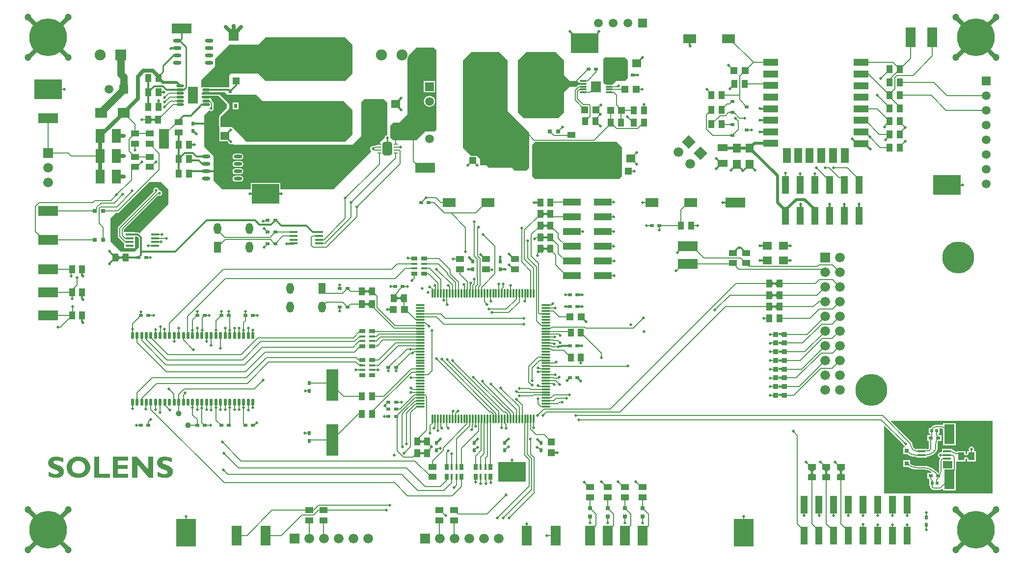
<source format=gtl>
G04 Layer_Physical_Order=1*
G04 Layer_Color=255*
%FSLAX25Y25*%
%MOIN*%
G70*
G01*
G75*
%ADD10C,0.00800*%
%ADD11R,0.05512X0.04331*%
%ADD12R,0.03150X0.03150*%
%ADD13O,0.02165X0.04724*%
%ADD14R,0.05118X0.07480*%
%ADD15O,0.05118X0.07480*%
%ADD16R,0.07874X0.21654*%
%ADD17R,0.06614X0.07402*%
%ADD18O,0.05315X0.01142*%
%ADD19R,0.05512X0.01693*%
%ADD20R,0.02756X0.00984*%
G04:AMPARAMS|DCode=21|XSize=93.7mil|YSize=64.96mil|CornerRadius=16.24mil|HoleSize=0mil|Usage=FLASHONLY|Rotation=270.000|XOffset=0mil|YOffset=0mil|HoleType=Round|Shape=RoundedRectangle|*
%AMROUNDEDRECTD21*
21,1,0.09370,0.03248,0,0,270.0*
21,1,0.06122,0.06496,0,0,270.0*
1,1,0.03248,-0.01624,-0.03061*
1,1,0.03248,-0.01624,0.03061*
1,1,0.03248,0.01624,0.03061*
1,1,0.03248,0.01624,-0.03061*
%
%ADD21ROUNDEDRECTD21*%
%ADD22O,0.05709X0.02362*%
%ADD23O,0.05315X0.01693*%
%ADD24R,0.06929X0.11614*%
%ADD25O,0.01161X0.06496*%
%ADD26O,0.06496X0.01161*%
%ADD27R,0.07087X0.13386*%
%ADD28C,0.03937*%
%ADD29R,0.13386X0.07087*%
%ADD30R,0.09055X0.05906*%
%ADD31R,0.04331X0.01772*%
%ADD32R,0.04331X0.02756*%
%ADD33R,0.01772X0.04331*%
%ADD34R,0.02756X0.04331*%
%ADD35R,0.04331X0.05512*%
%ADD36R,0.04921X0.06890*%
%ADD37R,0.02362X0.02165*%
%ADD38R,0.03150X0.02362*%
%ADD39R,0.11417X0.21260*%
%ADD40R,0.27559X0.15748*%
%ADD41R,0.05000X0.12000*%
%ADD42R,0.12000X0.05000*%
%ADD43R,0.03150X0.03150*%
%ADD44R,0.02362X0.03150*%
%ADD45R,0.08465X0.07087*%
%ADD46R,0.07087X0.08465*%
%ADD47R,0.05512X0.05906*%
%ADD48R,0.04724X0.04724*%
%ADD49R,0.03150X0.02362*%
%ADD50R,0.05906X0.05512*%
%ADD51R,0.04724X0.04724*%
%ADD52R,0.02362X0.03150*%
%ADD53R,0.05906X0.09449*%
%ADD54R,0.06890X0.04921*%
%ADD55R,0.18504X0.13386*%
%ADD56R,0.13386X0.18504*%
%ADD57R,0.10000X0.04500*%
%ADD58R,0.05500X0.10000*%
%ADD59R,0.03740X0.03740*%
%ADD60C,0.01200*%
%ADD61C,0.02953*%
%ADD62C,0.01000*%
%ADD63C,0.02500*%
%ADD64C,0.00787*%
%ADD65C,0.01500*%
%ADD66C,0.02000*%
%ADD67C,0.05000*%
%ADD68R,0.02559X0.01201*%
%ADD69R,0.01201X0.02559*%
%ADD70R,0.01969X0.01181*%
%ADD71C,0.05906*%
%ADD72R,0.05906X0.05906*%
%ADD73R,0.06600X0.06600*%
%ADD74C,0.06600*%
%ADD75P,0.09334X4X360.0*%
%ADD76R,0.05906X0.05906*%
%ADD77C,0.25590*%
%ADD78R,0.07480X0.07480*%
%ADD79C,0.07480*%
%ADD80R,0.06600X0.06600*%
%ADD81C,0.21654*%
%ADD82C,0.02000*%
%ADD83C,0.02400*%
%ADD84C,0.04724*%
G36*
X226378Y349410D02*
Y329724D01*
X221457Y324803D01*
X167323D01*
X162402Y329724D01*
X143701D01*
X142717Y328740D01*
X142717Y320472D01*
X128709D01*
X128681Y320478D01*
X125059D01*
X125031Y320472D01*
X124016D01*
X123622Y320866D01*
X123622Y325394D01*
X127953Y329724D01*
X132874Y334646D01*
Y339567D01*
X137795Y344488D01*
X142717Y349410D01*
X162402D01*
X167323Y354331D01*
X221457D01*
X226378Y349410D01*
D02*
G37*
G36*
X413386Y338583D02*
X413386Y326772D01*
X411417Y324803D01*
X405512D01*
X403150Y322441D01*
X398031D01*
X397638Y322835D01*
X396654Y323819D01*
X396654Y339567D01*
X397638Y340551D01*
X411417D01*
X413386Y338583D01*
D02*
G37*
G36*
X128709Y314539D02*
X134252D01*
X135461Y314539D01*
X139987Y310013D01*
X140945Y309055D01*
Y306299D01*
X136135Y301489D01*
X136011D01*
Y301365D01*
X135827Y301181D01*
Y300142D01*
X135799Y300000D01*
X135799Y300000D01*
X135799Y293701D01*
X135799Y293701D01*
X135827Y293559D01*
Y291339D01*
X135898Y291192D01*
X136011Y290821D01*
X136011Y290559D01*
Y283846D01*
X141301D01*
X141911Y283236D01*
X142005Y282762D01*
X142403Y282167D01*
X142999Y281769D01*
X143701Y281629D01*
X144403Y281769D01*
X144999Y282167D01*
X145669Y281496D01*
X226378Y281496D01*
X232283Y287402D01*
X232283Y310236D01*
X234252Y312205D01*
X247638Y312205D01*
X250000Y309842D01*
X250000Y287859D01*
X249298Y287719D01*
X248702Y287321D01*
X248304Y286726D01*
X248165Y286024D01*
X248175Y285971D01*
X243123Y280918D01*
X242310D01*
Y280850D01*
X241240D01*
X240772Y280756D01*
X240375Y280491D01*
X240245Y280361D01*
X240158Y280379D01*
X239455Y280239D01*
X238860Y279841D01*
X238462Y279246D01*
X238322Y278543D01*
X238462Y277841D01*
X238860Y277246D01*
X238886Y277228D01*
X238935Y276730D01*
X213189Y250984D01*
X177375Y250984D01*
Y255524D01*
X157271D01*
Y250984D01*
X137795Y250984D01*
X131890Y256890D01*
X131890Y273622D01*
X125591Y279921D01*
X125591Y284646D01*
Y301181D01*
X129017Y304607D01*
X129017Y304607D01*
X129612Y304209D01*
X130315Y304070D01*
X131017Y304209D01*
X131612Y304607D01*
X132010Y305203D01*
X132150Y305905D01*
X132010Y306607D01*
X131951Y306696D01*
Y309430D01*
X131858Y309898D01*
X131593Y310295D01*
X130709Y311179D01*
Y312205D01*
X129921Y312992D01*
X124016D01*
Y314173D01*
X124386Y314543D01*
X124409Y314539D01*
X124409Y314539D01*
X125031D01*
X125059Y314544D01*
X128681D01*
X128709Y314539D01*
D02*
G37*
G36*
X370073Y338589D02*
X370073Y328746D01*
X374016Y324803D01*
X378740D01*
X379921Y323622D01*
X380190D01*
X380228Y323599D01*
X380316Y323555D01*
X380406Y323518D01*
X380499Y323487D01*
X380594Y323463D01*
X380691Y323445D01*
X380788Y323435D01*
X380886Y323431D01*
X385039D01*
Y322238D01*
X380886D01*
X380788Y322234D01*
X380691Y322224D01*
X380594Y322206D01*
X380499Y322182D01*
X380406Y322151D01*
X380316Y322114D01*
X380228Y322070D01*
X380190Y322047D01*
X379921D01*
X379736Y321863D01*
X379670Y321855D01*
X379578Y321836D01*
X379487Y321811D01*
X379398Y321778D01*
X379313Y321739D01*
X379260Y321709D01*
X379231Y321692D01*
X379191Y321666D01*
X379152Y321640D01*
X379115Y321611D01*
X379078Y321582D01*
X379045Y321551D01*
X379009Y321518D01*
X379009Y321518D01*
X378357Y320866D01*
X374016D01*
X370073Y316923D01*
Y303150D01*
X366138Y299215D01*
X342520Y299215D01*
X338585Y303150D01*
X338585Y338585D01*
X344488Y344488D01*
X364173D01*
X370073Y338589D01*
D02*
G37*
G36*
X92520Y296850D02*
X90945Y298425D01*
X92520Y300000D01*
Y296850D01*
D02*
G37*
G36*
X90945Y298425D02*
X89370Y296850D01*
Y300000D01*
X90945Y298425D01*
D02*
G37*
G36*
X283465Y345472D02*
Y291535D01*
X282283Y290354D01*
X275591Y290354D01*
X269685Y284449D01*
X253937D01*
X251969Y286417D01*
Y294291D01*
X253937Y296260D01*
X257874D01*
X263779Y302165D01*
X263779Y340193D01*
X263808Y340230D01*
X264265Y341335D01*
X264370Y342125D01*
X269685Y347441D01*
X281496D01*
X283465Y345472D01*
D02*
G37*
G36*
X141326Y315367D02*
Y315243D01*
X145288D01*
Y315354D01*
X161024D01*
X165354Y311024D01*
X220472D01*
X226378Y305118D01*
X226378Y288386D01*
X221457Y283465D01*
X154331Y283465D01*
X152756Y285039D01*
X144488Y293307D01*
X137008D01*
X136614Y293701D01*
X136614Y300000D01*
X142520Y305906D01*
Y309055D01*
X141548Y310027D01*
Y310150D01*
X141424D01*
X136221Y315354D01*
X134252Y315354D01*
X128709D01*
X128681Y315360D01*
X125059D01*
X125031Y315354D01*
X124409D01*
X124016Y315748D01*
Y316535D01*
X124409Y316929D01*
X139764D01*
X141326Y315367D01*
D02*
G37*
G36*
X331693Y338583D02*
Y307087D01*
X331693Y304134D01*
X340551Y295276D01*
X346457Y289370D01*
X346457Y265748D01*
X344488Y263779D01*
X336614D01*
X334646Y265748D01*
X318898D01*
X314961Y269685D01*
X311036Y273609D01*
Y273832D01*
X306877D01*
X305118Y275591D01*
X301181Y279528D01*
X301181Y338583D01*
X307087Y344488D01*
X325787D01*
X331693Y338583D01*
D02*
G37*
G36*
X409449Y279528D02*
Y260236D01*
Y259842D01*
X407480Y257874D01*
X350394D01*
X348425Y259842D01*
Y281496D01*
Y281496D01*
X350154Y283225D01*
X390354D01*
X390823Y283318D01*
X391041Y283465D01*
X405512D01*
X409449Y279528D01*
D02*
G37*
G36*
X101378Y250984D02*
X101378Y241142D01*
X82284Y222047D01*
Y221570D01*
X82005Y221454D01*
X81783Y221405D01*
X81353Y221693D01*
X80807Y221801D01*
X80807Y221801D01*
X78556D01*
Y222021D01*
X71444D01*
X71105Y222380D01*
Y223608D01*
X94365Y246868D01*
X94573Y246729D01*
X95275Y246589D01*
X95978Y246729D01*
X96573Y247127D01*
X96971Y247722D01*
X97111Y248425D01*
X96971Y249127D01*
X96573Y249722D01*
X95978Y250120D01*
X95275Y250260D01*
X95190Y250243D01*
X94697Y250655D01*
X94609Y251096D01*
X94211Y251691D01*
X93616Y252089D01*
X92913Y252229D01*
X92211Y252089D01*
X91616Y251691D01*
X91218Y251096D01*
X91078Y250394D01*
X91218Y249691D01*
X91317Y249543D01*
X67417Y225643D01*
X67151Y225246D01*
X67058Y224778D01*
Y219120D01*
X67151Y218652D01*
X67417Y218254D01*
X71280Y214391D01*
X71444Y214281D01*
Y211050D01*
X78556D01*
Y213610D01*
Y216168D01*
Y218947D01*
X80216D01*
X81250Y217913D01*
Y211565D01*
X78347Y208661D01*
X68898D01*
X62008Y215551D01*
Y231299D01*
X65706Y234997D01*
X66929D01*
X67397Y235090D01*
X67794Y235355D01*
X88344Y255906D01*
X96457Y255906D01*
X101378Y250984D01*
D02*
G37*
G36*
X358858Y232677D02*
X357283Y234252D01*
X358858Y235827D01*
Y232677D01*
D02*
G37*
G36*
X357283Y234252D02*
X355709Y232677D01*
Y235827D01*
X357283Y234252D01*
D02*
G37*
G36*
X358858Y224803D02*
X357283Y226378D01*
X358858Y227953D01*
Y224803D01*
D02*
G37*
G36*
X357283Y226378D02*
X355709Y224803D01*
Y227953D01*
X357283Y226378D01*
D02*
G37*
G36*
X358858Y216929D02*
X357283Y218504D01*
X358858Y220079D01*
Y216929D01*
D02*
G37*
G36*
X357283Y218504D02*
X355709Y216929D01*
Y220079D01*
X357283Y218504D01*
D02*
G37*
G36*
X358858Y209055D02*
X357283Y210630D01*
X358858Y212205D01*
Y209055D01*
D02*
G37*
G36*
X357283Y210630D02*
X355709Y209055D01*
Y212205D01*
X357283Y210630D01*
D02*
G37*
G36*
X70472Y203150D02*
X68898Y204724D01*
X70472Y206299D01*
Y203150D01*
D02*
G37*
G36*
X68898Y204724D02*
X67323Y203150D01*
Y206299D01*
X68898Y204724D01*
D02*
G37*
G36*
X514370Y185433D02*
X512795Y187008D01*
X514370Y188583D01*
Y185433D01*
D02*
G37*
G36*
X512795Y187008D02*
X511221Y185433D01*
Y188583D01*
X512795Y187008D01*
D02*
G37*
G36*
X237697Y180217D02*
X236122Y181791D01*
X237697Y183366D01*
Y180217D01*
D02*
G37*
G36*
X236122Y181791D02*
X234547Y180217D01*
Y183366D01*
X236122Y181791D01*
D02*
G37*
G36*
X514370Y177559D02*
X512795Y179134D01*
X514370Y180709D01*
Y177559D01*
D02*
G37*
G36*
X512795Y179134D02*
X511221Y177559D01*
Y180709D01*
X512795Y179134D01*
D02*
G37*
G36*
X259449Y175591D02*
X257874Y177165D01*
X259449Y178740D01*
Y175591D01*
D02*
G37*
G36*
X257874Y177165D02*
X256299Y175591D01*
Y178740D01*
X257874Y177165D01*
D02*
G37*
G36*
X237697Y171358D02*
X236122Y172933D01*
X237697Y174508D01*
Y171358D01*
D02*
G37*
G36*
X236122Y172933D02*
X234547Y171358D01*
Y174508D01*
X236122Y172933D01*
D02*
G37*
G36*
X514370Y169685D02*
X512795Y171260D01*
X514370Y172835D01*
Y169685D01*
D02*
G37*
G36*
X512795Y171260D02*
X511221Y169685D01*
Y172835D01*
X512795Y171260D01*
D02*
G37*
G36*
X517913Y151378D02*
X516732Y152559D01*
X517913Y153740D01*
Y151378D01*
D02*
G37*
G36*
X516732Y152559D02*
X515551Y151378D01*
Y153740D01*
X516732Y152559D01*
D02*
G37*
G36*
X517913Y145472D02*
X516732Y146653D01*
X517913Y147835D01*
Y145472D01*
D02*
G37*
G36*
X516732Y146653D02*
X515551Y145472D01*
Y147835D01*
X516732Y146653D01*
D02*
G37*
G36*
X517913Y139567D02*
X516732Y140748D01*
X517913Y141929D01*
Y139567D01*
D02*
G37*
G36*
X516732Y140748D02*
X515551Y139567D01*
Y141929D01*
X516732Y140748D01*
D02*
G37*
G36*
X517913Y133661D02*
X516732Y134843D01*
X517913Y136024D01*
Y133661D01*
D02*
G37*
G36*
X516732Y134843D02*
X515551Y133661D01*
Y136024D01*
X516732Y134843D01*
D02*
G37*
G36*
X517913Y127756D02*
X516732Y128937D01*
X517913Y130118D01*
Y127756D01*
D02*
G37*
G36*
X516732Y128937D02*
X515551Y127756D01*
Y130118D01*
X516732Y128937D01*
D02*
G37*
G36*
X517913Y121850D02*
X516732Y123031D01*
X517913Y124213D01*
Y121850D01*
D02*
G37*
G36*
X516732Y123031D02*
X515551Y121850D01*
Y124213D01*
X516732Y123031D01*
D02*
G37*
G36*
X517913Y115945D02*
X516732Y117126D01*
X517913Y118307D01*
Y115945D01*
D02*
G37*
G36*
X516732Y117126D02*
X515551Y115945D01*
Y118307D01*
X516732Y117126D01*
D02*
G37*
G36*
X517913Y110039D02*
X516732Y111221D01*
X517913Y112402D01*
Y110039D01*
D02*
G37*
G36*
X516732Y111221D02*
X515551Y110039D01*
Y112402D01*
X516732Y111221D01*
D02*
G37*
G36*
X275197Y78150D02*
X273622Y79724D01*
X275197Y81299D01*
Y78150D01*
D02*
G37*
G36*
X273622Y79724D02*
X272047Y78150D01*
Y81299D01*
X273622Y79724D01*
D02*
G37*
G36*
X661024Y44488D02*
X587205D01*
Y90333D01*
X587667Y90524D01*
X600151Y78040D01*
X600133Y77953D01*
X600273Y77250D01*
X600671Y76655D01*
X601202Y76300D01*
X601199Y76050D01*
X601119Y75800D01*
X600381D01*
Y71050D01*
X603461D01*
X604149Y70486D01*
X605431Y69801D01*
X606821Y69379D01*
X608268Y69237D01*
Y69249D01*
X609239D01*
Y68826D01*
X616351D01*
Y69306D01*
X617373Y69406D01*
X619120Y69936D01*
X620729Y70797D01*
X622140Y71954D01*
X622140Y71954D01*
X622979Y73047D01*
X623506Y74320D01*
X623686Y75686D01*
X623665D01*
Y78186D01*
X623659Y78214D01*
X623797Y79264D01*
X624105Y80007D01*
X626391D01*
Y83969D01*
X624814D01*
X624353Y84127D01*
Y85027D01*
X625111D01*
Y88540D01*
X625984D01*
X626043Y88552D01*
X626980Y88366D01*
X627448Y88053D01*
Y77160D01*
X636135D01*
Y92146D01*
X627448D01*
Y91277D01*
X626948Y90880D01*
X625984Y91007D01*
Y90987D01*
X622373D01*
Y90997D01*
X621358Y90864D01*
X620412Y90472D01*
X619600Y89849D01*
X619602Y89847D01*
X619033Y89104D01*
X618903Y88792D01*
X617802D01*
Y85027D01*
X618560D01*
Y84127D01*
X618100Y83969D01*
X616523D01*
Y80007D01*
X617674D01*
Y75459D01*
X617655Y74966D01*
X617626Y74894D01*
X617291Y74533D01*
X617217Y74459D01*
X617199Y74452D01*
X616351D01*
Y74678D01*
X609239D01*
Y74678D01*
X608739Y74527D01*
X608277Y74718D01*
X607564Y75266D01*
X607558Y75275D01*
X607212Y75621D01*
X607202Y75627D01*
X606855Y76147D01*
X606824Y76303D01*
X606747Y76772D01*
X606747D01*
X606607Y77829D01*
X606199Y78815D01*
X605550Y79661D01*
X605542Y79653D01*
X591956Y93239D01*
X592147Y93701D01*
X661024D01*
Y44488D01*
D02*
G37*
G36*
X275197Y70276D02*
X273622Y71850D01*
X275197Y73425D01*
Y70276D01*
D02*
G37*
G36*
X273622Y71850D02*
X272047Y70276D01*
Y73425D01*
X273622Y71850D01*
D02*
G37*
G36*
X99388Y69406D02*
X99588D01*
X99833Y69361D01*
X100121Y69339D01*
X100433Y69295D01*
X100766Y69228D01*
X101144Y69161D01*
X101543Y69072D01*
X101944Y68961D01*
X102388Y68850D01*
X102832Y68695D01*
X103299Y68539D01*
X103765Y68339D01*
Y65606D01*
X103743Y65628D01*
X103632Y65650D01*
X103499Y65717D01*
X103299Y65806D01*
X103054Y65895D01*
X102788Y66006D01*
X102477Y66117D01*
X102144Y66228D01*
X101432Y66450D01*
X100699Y66650D01*
X99966Y66806D01*
X99610Y66828D01*
X99299Y66850D01*
X99144D01*
X98966Y66828D01*
X98744Y66806D01*
X98522Y66761D01*
X98255Y66717D01*
X98010Y66628D01*
X97788Y66517D01*
X97766Y66495D01*
X97699Y66450D01*
X97611Y66384D01*
X97522Y66295D01*
X97411Y66184D01*
X97322Y66028D01*
X97255Y65873D01*
X97233Y65673D01*
Y65650D01*
Y65606D01*
X97255Y65517D01*
X97277Y65406D01*
X97322Y65295D01*
X97411Y65162D01*
X97500Y65006D01*
X97633Y64873D01*
X97655Y64850D01*
X97722Y64806D01*
X97833Y64739D01*
X98033Y64628D01*
X98277Y64495D01*
X98455Y64406D01*
X98633Y64339D01*
X98833Y64250D01*
X99055Y64139D01*
X99322Y64051D01*
X99588Y63939D01*
X99610D01*
X99655Y63917D01*
X99744Y63873D01*
X99855Y63851D01*
X99988Y63784D01*
X100144Y63740D01*
X100499Y63584D01*
X100899Y63428D01*
X101321Y63251D01*
X101721Y63051D01*
X102099Y62873D01*
X102144Y62851D01*
X102255Y62784D01*
X102432Y62673D01*
X102655Y62517D01*
X102899Y62317D01*
X103188Y62073D01*
X103454Y61806D01*
X103721Y61473D01*
X103743Y61429D01*
X103832Y61317D01*
X103943Y61118D01*
X104077Y60851D01*
X104188Y60540D01*
X104299Y60140D01*
X104388Y59695D01*
X104410Y59207D01*
Y59184D01*
Y59118D01*
Y59007D01*
X104388Y58873D01*
X104366Y58718D01*
X104321Y58518D01*
X104232Y58073D01*
X104032Y57562D01*
X103921Y57318D01*
X103765Y57051D01*
X103610Y56785D01*
X103388Y56540D01*
X103166Y56296D01*
X102899Y56074D01*
X102877Y56051D01*
X102832Y56029D01*
X102743Y55963D01*
X102632Y55896D01*
X102477Y55807D01*
X102299Y55718D01*
X102099Y55607D01*
X101855Y55496D01*
X101588Y55385D01*
X101299Y55274D01*
X100966Y55185D01*
X100633Y55096D01*
X100255Y55029D01*
X99855Y54963D01*
X99433Y54940D01*
X98988Y54918D01*
X98722D01*
X98544Y54940D01*
X98299Y54963D01*
X98033Y54985D01*
X97699Y55029D01*
X97366Y55096D01*
X96988Y55163D01*
X96588Y55251D01*
X96166Y55362D01*
X95722Y55496D01*
X95278Y55651D01*
X94811Y55829D01*
X94367Y56029D01*
X93900Y56274D01*
Y59295D01*
X93922D01*
X93967Y59251D01*
X94033Y59207D01*
X94144Y59140D01*
X94255Y59051D01*
X94411Y58962D01*
X94744Y58762D01*
X95122Y58540D01*
X95544Y58318D01*
X95966Y58096D01*
X96389Y57918D01*
X96411D01*
X96433Y57896D01*
X96500Y57873D01*
X96588Y57851D01*
X96788Y57784D01*
X97077Y57718D01*
X97433Y57629D01*
X97833Y57562D01*
X98255Y57518D01*
X98699Y57496D01*
X98899D01*
X99033Y57518D01*
X99188Y57540D01*
X99366Y57562D01*
X99744Y57651D01*
X100121Y57807D01*
X100299Y57918D01*
X100455Y58051D01*
X100588Y58207D01*
X100699Y58385D01*
X100766Y58584D01*
X100788Y58807D01*
Y58829D01*
Y58873D01*
X100766Y58962D01*
X100744Y59073D01*
X100677Y59207D01*
X100610Y59340D01*
X100499Y59496D01*
X100366Y59629D01*
X100344Y59651D01*
X100277Y59695D01*
X100144Y59784D01*
X99966Y59895D01*
X99699Y60051D01*
X99521Y60118D01*
X99344Y60207D01*
X99144Y60295D01*
X98899Y60407D01*
X98655Y60495D01*
X98366Y60606D01*
X98344D01*
X98299Y60629D01*
X98211Y60673D01*
X98099Y60695D01*
X97966Y60762D01*
X97811Y60806D01*
X97455Y60962D01*
X97055Y61118D01*
X96633Y61295D01*
X96233Y61495D01*
X95855Y61673D01*
X95811Y61695D01*
X95700Y61762D01*
X95522Y61873D01*
X95322Y62028D01*
X95078Y62229D01*
X94811Y62451D01*
X94544Y62740D01*
X94278Y63051D01*
X94255Y63095D01*
X94166Y63206D01*
X94078Y63406D01*
X93944Y63673D01*
X93833Y64006D01*
X93722Y64406D01*
X93633Y64850D01*
X93611Y65361D01*
Y65384D01*
Y65450D01*
Y65539D01*
X93633Y65673D01*
X93655Y65828D01*
X93678Y66006D01*
X93789Y66406D01*
X93967Y66873D01*
X94078Y67117D01*
X94211Y67361D01*
X94389Y67606D01*
X94589Y67850D01*
X94811Y68072D01*
X95055Y68295D01*
X95078Y68317D01*
X95122Y68339D01*
X95211Y68406D01*
X95322Y68472D01*
X95477Y68561D01*
X95655Y68650D01*
X95855Y68761D01*
X96100Y68872D01*
X96366Y68961D01*
X96655Y69072D01*
X96988Y69161D01*
X97344Y69250D01*
X97699Y69317D01*
X98122Y69383D01*
X98544Y69406D01*
X98988Y69428D01*
X99210D01*
X99388Y69406D01*
D02*
G37*
G36*
X25462D02*
X25662D01*
X25907Y69361D01*
X26195Y69339D01*
X26507Y69295D01*
X26840Y69228D01*
X27218Y69161D01*
X27618Y69072D01*
X28018Y68961D01*
X28462Y68850D01*
X28906Y68695D01*
X29373Y68539D01*
X29840Y68339D01*
Y65606D01*
X29817Y65628D01*
X29706Y65650D01*
X29573Y65717D01*
X29373Y65806D01*
X29129Y65895D01*
X28862Y66006D01*
X28551Y66117D01*
X28218Y66228D01*
X27507Y66450D01*
X26773Y66650D01*
X26040Y66806D01*
X25684Y66828D01*
X25373Y66850D01*
X25218D01*
X25040Y66828D01*
X24818Y66806D01*
X24596Y66761D01*
X24329Y66717D01*
X24085Y66628D01*
X23862Y66517D01*
X23840Y66495D01*
X23774Y66450D01*
X23685Y66384D01*
X23596Y66295D01*
X23485Y66184D01*
X23396Y66028D01*
X23329Y65873D01*
X23307Y65673D01*
Y65650D01*
Y65606D01*
X23329Y65517D01*
X23351Y65406D01*
X23396Y65295D01*
X23485Y65162D01*
X23573Y65006D01*
X23707Y64873D01*
X23729Y64850D01*
X23796Y64806D01*
X23907Y64739D01*
X24107Y64628D01*
X24351Y64495D01*
X24529Y64406D01*
X24707Y64339D01*
X24907Y64250D01*
X25129Y64139D01*
X25396Y64051D01*
X25662Y63939D01*
X25684D01*
X25729Y63917D01*
X25818Y63873D01*
X25929Y63851D01*
X26062Y63784D01*
X26218Y63740D01*
X26573Y63584D01*
X26973Y63428D01*
X27395Y63251D01*
X27795Y63051D01*
X28173Y62873D01*
X28218Y62851D01*
X28329Y62784D01*
X28506Y62673D01*
X28729Y62517D01*
X28973Y62317D01*
X29262Y62073D01*
X29528Y61806D01*
X29795Y61473D01*
X29817Y61429D01*
X29906Y61317D01*
X30017Y61118D01*
X30151Y60851D01*
X30262Y60540D01*
X30373Y60140D01*
X30462Y59695D01*
X30484Y59207D01*
Y59184D01*
Y59118D01*
Y59007D01*
X30462Y58873D01*
X30439Y58718D01*
X30395Y58518D01*
X30306Y58073D01*
X30106Y57562D01*
X29995Y57318D01*
X29840Y57051D01*
X29684Y56785D01*
X29462Y56540D01*
X29240Y56296D01*
X28973Y56074D01*
X28951Y56051D01*
X28906Y56029D01*
X28817Y55963D01*
X28706Y55896D01*
X28551Y55807D01*
X28373Y55718D01*
X28173Y55607D01*
X27929Y55496D01*
X27662Y55385D01*
X27373Y55274D01*
X27040Y55185D01*
X26707Y55096D01*
X26329Y55029D01*
X25929Y54963D01*
X25507Y54940D01*
X25062Y54918D01*
X24796D01*
X24618Y54940D01*
X24374Y54963D01*
X24107Y54985D01*
X23774Y55029D01*
X23440Y55096D01*
X23063Y55163D01*
X22662Y55251D01*
X22240Y55362D01*
X21796Y55496D01*
X21351Y55651D01*
X20885Y55829D01*
X20440Y56029D01*
X19974Y56274D01*
Y59295D01*
X19996D01*
X20041Y59251D01*
X20107Y59207D01*
X20218Y59140D01*
X20329Y59051D01*
X20485Y58962D01*
X20818Y58762D01*
X21196Y58540D01*
X21618Y58318D01*
X22040Y58096D01*
X22463Y57918D01*
X22485D01*
X22507Y57896D01*
X22574Y57873D01*
X22662Y57851D01*
X22862Y57784D01*
X23151Y57718D01*
X23507Y57629D01*
X23907Y57562D01*
X24329Y57518D01*
X24773Y57496D01*
X24973D01*
X25107Y57518D01*
X25262Y57540D01*
X25440Y57562D01*
X25818Y57651D01*
X26195Y57807D01*
X26373Y57918D01*
X26529Y58051D01*
X26662Y58207D01*
X26773Y58385D01*
X26840Y58584D01*
X26862Y58807D01*
Y58829D01*
Y58873D01*
X26840Y58962D01*
X26818Y59073D01*
X26751Y59207D01*
X26684Y59340D01*
X26573Y59496D01*
X26440Y59629D01*
X26418Y59651D01*
X26351Y59695D01*
X26218Y59784D01*
X26040Y59895D01*
X25773Y60051D01*
X25596Y60118D01*
X25418Y60207D01*
X25218Y60295D01*
X24973Y60407D01*
X24729Y60495D01*
X24440Y60606D01*
X24418D01*
X24374Y60629D01*
X24285Y60673D01*
X24173Y60695D01*
X24040Y60762D01*
X23885Y60806D01*
X23529Y60962D01*
X23129Y61118D01*
X22707Y61295D01*
X22307Y61495D01*
X21929Y61673D01*
X21885Y61695D01*
X21774Y61762D01*
X21596Y61873D01*
X21396Y62028D01*
X21152Y62229D01*
X20885Y62451D01*
X20618Y62740D01*
X20352Y63051D01*
X20329Y63095D01*
X20241Y63206D01*
X20152Y63406D01*
X20018Y63673D01*
X19907Y64006D01*
X19796Y64406D01*
X19707Y64850D01*
X19685Y65361D01*
Y65384D01*
Y65450D01*
Y65539D01*
X19707Y65673D01*
X19729Y65828D01*
X19752Y66006D01*
X19863Y66406D01*
X20041Y66873D01*
X20152Y67117D01*
X20285Y67361D01*
X20463Y67606D01*
X20663Y67850D01*
X20885Y68072D01*
X21129Y68295D01*
X21152Y68317D01*
X21196Y68339D01*
X21285Y68406D01*
X21396Y68472D01*
X21552Y68561D01*
X21729Y68650D01*
X21929Y68761D01*
X22174Y68872D01*
X22440Y68961D01*
X22729Y69072D01*
X23063Y69161D01*
X23418Y69250D01*
X23774Y69317D01*
X24196Y69383D01*
X24618Y69406D01*
X25062Y69428D01*
X25284D01*
X25462Y69406D01*
D02*
G37*
G36*
X91034Y55118D02*
X88078D01*
X80279Y64139D01*
Y55118D01*
X76768D01*
Y69228D01*
X79968D01*
X87523Y60584D01*
Y69228D01*
X91034D01*
Y55118D01*
D02*
G37*
G36*
X557972Y58858D02*
X559547Y57284D01*
X556398D01*
X557972Y58858D01*
X556398Y60433D01*
X559547D01*
X557972Y58858D01*
D02*
G37*
G36*
X548130D02*
X549705Y57284D01*
X546555D01*
X548130Y58858D01*
X546555Y60433D01*
X549705D01*
X548130Y58858D01*
D02*
G37*
G36*
X538287D02*
X539862Y57284D01*
X536713D01*
X538287Y58858D01*
X536713Y60433D01*
X539862D01*
X538287Y58858D01*
D02*
G37*
G36*
X73902Y66650D02*
X67147D01*
Y63673D01*
X73591D01*
Y61095D01*
X67147D01*
Y57696D01*
X74035D01*
Y55118D01*
X63636D01*
Y69228D01*
X73902D01*
Y66650D01*
D02*
G37*
G36*
X54415Y57696D02*
X61659D01*
Y55118D01*
X50904D01*
Y69228D01*
X54415D01*
Y57696D01*
D02*
G37*
G36*
X40594Y69406D02*
X40839Y69383D01*
X41150Y69361D01*
X41505Y69317D01*
X41905Y69250D01*
X42327Y69161D01*
X42794Y69028D01*
X43260Y68894D01*
X43749Y68717D01*
X44238Y68495D01*
X44727Y68250D01*
X45194Y67961D01*
X45660Y67606D01*
X46082Y67228D01*
X46105Y67206D01*
X46171Y67139D01*
X46282Y67006D01*
X46438Y66850D01*
X46593Y66628D01*
X46793Y66384D01*
X46993Y66095D01*
X47216Y65784D01*
X47416Y65428D01*
X47616Y65028D01*
X47816Y64628D01*
X47971Y64184D01*
X48127Y63695D01*
X48238Y63206D01*
X48304Y62695D01*
X48327Y62162D01*
Y62140D01*
Y62028D01*
X48304Y61873D01*
X48282Y61673D01*
X48260Y61406D01*
X48215Y61118D01*
X48127Y60784D01*
X48038Y60429D01*
X47927Y60029D01*
X47771Y59629D01*
X47593Y59207D01*
X47371Y58784D01*
X47104Y58340D01*
X46816Y57918D01*
X46460Y57496D01*
X46060Y57073D01*
X46038Y57051D01*
X45949Y56985D01*
X45838Y56874D01*
X45660Y56740D01*
X45416Y56585D01*
X45149Y56385D01*
X44838Y56207D01*
X44483Y56007D01*
X44083Y55785D01*
X43638Y55607D01*
X43172Y55429D01*
X42638Y55251D01*
X42105Y55118D01*
X41505Y55007D01*
X40883Y54940D01*
X40238Y54918D01*
X40083D01*
X39905Y54940D01*
X39639Y54963D01*
X39350Y54985D01*
X38994Y55029D01*
X38594Y55096D01*
X38172Y55185D01*
X37728Y55296D01*
X37239Y55429D01*
X36772Y55607D01*
X36283Y55829D01*
X35794Y56074D01*
X35306Y56340D01*
X34861Y56674D01*
X34417Y57051D01*
X34395Y57073D01*
X34328Y57140D01*
X34217Y57274D01*
X34061Y57429D01*
X33906Y57651D01*
X33706Y57896D01*
X33506Y58184D01*
X33306Y58496D01*
X33084Y58851D01*
X32884Y59251D01*
X32684Y59673D01*
X32528Y60118D01*
X32373Y60584D01*
X32262Y61095D01*
X32195Y61629D01*
X32173Y62162D01*
Y62206D01*
Y62295D01*
X32195Y62451D01*
X32217Y62651D01*
X32239Y62895D01*
X32284Y63206D01*
X32350Y63539D01*
X32462Y63895D01*
X32573Y64273D01*
X32706Y64695D01*
X32906Y65095D01*
X33106Y65539D01*
X33373Y65984D01*
X33661Y66406D01*
X33995Y66828D01*
X34395Y67250D01*
X34417Y67273D01*
X34506Y67339D01*
X34617Y67450D01*
X34795Y67584D01*
X35017Y67761D01*
X35306Y67939D01*
X35617Y68139D01*
X35972Y68339D01*
X36372Y68539D01*
X36817Y68739D01*
X37283Y68917D01*
X37817Y69095D01*
X38372Y69228D01*
X38950Y69339D01*
X39572Y69406D01*
X40238Y69428D01*
X40394D01*
X40594Y69406D01*
D02*
G37*
%LPC*%
G36*
X150197Y275268D02*
X146850D01*
X146077Y275114D01*
X145422Y274676D01*
X144984Y274021D01*
X144831Y273248D01*
X144984Y272475D01*
X145422Y271820D01*
X146077Y271382D01*
X146850Y271228D01*
X150197D01*
X150970Y271382D01*
X151625Y271820D01*
X152063Y272475D01*
X152217Y273248D01*
X152063Y274021D01*
X151625Y274676D01*
X150970Y275114D01*
X150197Y275268D01*
D02*
G37*
G36*
Y270268D02*
X146850D01*
X146077Y270114D01*
X145422Y269676D01*
X144984Y269021D01*
X144831Y268248D01*
X144984Y267475D01*
X145422Y266820D01*
X146077Y266382D01*
X146850Y266228D01*
X150197D01*
X150970Y266382D01*
X151625Y266820D01*
X152063Y267475D01*
X152217Y268248D01*
X152063Y269021D01*
X151625Y269676D01*
X150970Y270114D01*
X150197Y270268D01*
D02*
G37*
G36*
Y265268D02*
X146850D01*
X146077Y265114D01*
X145422Y264676D01*
X144984Y264021D01*
X144831Y263248D01*
X144984Y262475D01*
X145422Y261820D01*
X146077Y261382D01*
X146850Y261228D01*
X150197D01*
X150970Y261382D01*
X151625Y261820D01*
X152063Y262475D01*
X152217Y263248D01*
X152063Y264021D01*
X151625Y264676D01*
X150970Y265114D01*
X150197Y265268D01*
D02*
G37*
G36*
Y260268D02*
X146850D01*
X146077Y260114D01*
X145422Y259676D01*
X144984Y259021D01*
X144831Y258248D01*
X144984Y257475D01*
X145422Y256820D01*
X146077Y256382D01*
X146850Y256228D01*
X150197D01*
X150970Y256382D01*
X151625Y256820D01*
X152063Y257475D01*
X152217Y258248D01*
X152063Y259021D01*
X151625Y259676D01*
X150970Y260114D01*
X150197Y260268D01*
D02*
G37*
G36*
X282296Y324619D02*
X274791D01*
Y317113D01*
X282296D01*
Y324619D01*
D02*
G37*
G36*
X278543Y314651D02*
X277564Y314522D01*
X276651Y314144D01*
X275867Y313543D01*
X275265Y312759D01*
X274887Y311846D01*
X274758Y310866D01*
X274887Y309887D01*
X275265Y308974D01*
X275867Y308190D01*
X276651Y307588D01*
X277564Y307210D01*
X278543Y307081D01*
X279523Y307210D01*
X280436Y307588D01*
X281220Y308190D01*
X281821Y308974D01*
X282200Y309887D01*
X282328Y310866D01*
X282200Y311846D01*
X281821Y312759D01*
X281220Y313543D01*
X280436Y314144D01*
X279523Y314522D01*
X278543Y314651D01*
D02*
G37*
G36*
X149028Y310150D02*
X145066D01*
Y305401D01*
X149028D01*
Y310150D01*
D02*
G37*
G36*
X646654Y76245D02*
X645951Y76105D01*
X645356Y75707D01*
X644958Y75112D01*
X644818Y74410D01*
X644958Y73707D01*
X645041Y73584D01*
X644805Y73142D01*
X643590D01*
Y71220D01*
X643363Y70993D01*
X642858D01*
X642631Y71220D01*
Y73142D01*
X636700D01*
Y73064D01*
X636671Y73027D01*
X636200Y72726D01*
X636012Y72764D01*
X635618Y73020D01*
X635618Y73020D01*
X634736Y73697D01*
X633708Y74123D01*
X633674Y74127D01*
Y74678D01*
X626562D01*
Y72585D01*
X626515Y72513D01*
X626062Y72214D01*
X625591Y72308D01*
X624888Y72168D01*
X624293Y71770D01*
X623895Y71175D01*
X623755Y70472D01*
X623895Y69770D01*
X624293Y69175D01*
X624888Y68777D01*
X625311Y68693D01*
X625348Y68571D01*
X625384Y68086D01*
X624909Y67374D01*
X624742Y66535D01*
X624761D01*
Y59449D01*
X624765Y59425D01*
X624627Y58731D01*
X624349Y58315D01*
X623857Y58287D01*
X622396Y59747D01*
X622404Y59755D01*
X621064Y60900D01*
X619561Y61821D01*
X617932Y62496D01*
X616218Y62907D01*
X614460Y63046D01*
Y63034D01*
X609842D01*
X609790Y63024D01*
X608131Y63187D01*
X606486Y63687D01*
X605131Y64411D01*
Y67139D01*
X600381D01*
Y62389D01*
X603788D01*
X604751Y61799D01*
X606377Y61125D01*
X608088Y60715D01*
X609842Y60576D01*
Y60588D01*
X614460D01*
X614513Y60598D01*
X616176Y60434D01*
X617825Y59934D01*
X619345Y59122D01*
X619796Y58751D01*
X619628Y58280D01*
X616621D01*
Y54318D01*
X617819D01*
X617924Y53788D01*
X618097Y53530D01*
X617901Y53162D01*
X617901D01*
Y49397D01*
X618637D01*
X618645Y48900D01*
X618645D01*
X618790Y48170D01*
X619204Y47551D01*
X619195Y47541D01*
X620037Y46979D01*
X621029Y46782D01*
Y46808D01*
X625197D01*
Y46789D01*
X626036Y46956D01*
X626747Y47432D01*
X626747Y47432D01*
X626973Y47657D01*
X626997Y47656D01*
X627448Y47520D01*
Y46444D01*
X636135D01*
Y59733D01*
X636259Y61312D01*
X636248D01*
Y65915D01*
X636700Y66031D01*
Y66031D01*
X642631D01*
Y67954D01*
X642838Y68161D01*
X643383D01*
X643590Y67954D01*
Y66031D01*
X649520D01*
Y73142D01*
X648502D01*
X648267Y73584D01*
X648349Y73707D01*
X648489Y74410D01*
X648349Y75112D01*
X647951Y75707D01*
X647356Y76105D01*
X646654Y76245D01*
D02*
G37*
%LPD*%
G36*
X644685Y68012D02*
X643110Y69587D01*
X644685Y71161D01*
Y68012D01*
D02*
G37*
G36*
X643110Y69587D02*
X641535Y68012D01*
Y71161D01*
X643110Y69587D01*
D02*
G37*
G36*
X633674Y66267D02*
X633801Y65819D01*
Y61430D01*
X627448D01*
X627208Y61830D01*
Y66267D01*
X633674D01*
D02*
G37*
%LPC*%
G36*
X40238Y66495D02*
X40039D01*
X39905Y66473D01*
X39728Y66450D01*
X39550Y66428D01*
X39327Y66406D01*
X39083Y66339D01*
X38572Y66206D01*
X38039Y65984D01*
X37772Y65850D01*
X37505Y65695D01*
X37261Y65517D01*
X37017Y65295D01*
X36994Y65273D01*
X36972Y65250D01*
X36906Y65184D01*
X36817Y65073D01*
X36728Y64962D01*
X36639Y64828D01*
X36528Y64650D01*
X36417Y64473D01*
X36283Y64250D01*
X36172Y64006D01*
X35994Y63473D01*
X35839Y62851D01*
X35817Y62517D01*
X35794Y62162D01*
Y62140D01*
Y62073D01*
Y61984D01*
X35817Y61851D01*
X35839Y61673D01*
X35861Y61495D01*
X35950Y61051D01*
X36083Y60540D01*
X36306Y60029D01*
X36461Y59762D01*
X36617Y59518D01*
X36794Y59273D01*
X37017Y59029D01*
X37039Y59007D01*
X37083Y58984D01*
X37150Y58918D01*
X37239Y58851D01*
X37372Y58762D01*
X37505Y58651D01*
X37683Y58540D01*
X37883Y58451D01*
X38105Y58340D01*
X38350Y58229D01*
X38883Y58029D01*
X39527Y57896D01*
X39883Y57873D01*
X40238Y57851D01*
X40439D01*
X40572Y57873D01*
X40750Y57896D01*
X40927Y57918D01*
X41150Y57940D01*
X41394Y58007D01*
X41905Y58140D01*
X42438Y58340D01*
X42705Y58473D01*
X42972Y58651D01*
X43216Y58829D01*
X43460Y59029D01*
X43483Y59051D01*
X43505Y59096D01*
X43571Y59162D01*
X43660Y59251D01*
X43749Y59362D01*
X43860Y59518D01*
X43971Y59673D01*
X44083Y59873D01*
X44194Y60095D01*
X44305Y60318D01*
X44505Y60851D01*
X44660Y61473D01*
X44682Y61806D01*
X44705Y62162D01*
Y62184D01*
Y62251D01*
Y62362D01*
X44682Y62495D01*
X44660Y62651D01*
X44638Y62851D01*
X44549Y63295D01*
X44394Y63784D01*
X44172Y64317D01*
X44038Y64562D01*
X43883Y64828D01*
X43683Y65073D01*
X43460Y65295D01*
X43438Y65317D01*
X43394Y65339D01*
X43327Y65406D01*
X43238Y65473D01*
X43127Y65584D01*
X42972Y65673D01*
X42794Y65784D01*
X42594Y65895D01*
X42372Y66006D01*
X42127Y66117D01*
X41594Y66317D01*
X40950Y66450D01*
X40594Y66473D01*
X40238Y66495D01*
D02*
G37*
%LPD*%
D10*
X638282Y70969D02*
G03*
X637106Y71457I-1176J-1176D01*
G01*
X634744Y72146D02*
G03*
X636407Y71457I1663J1663D01*
G01*
X634744Y72146D02*
G03*
X632606Y73032I-2139J-2139D01*
G01*
X633991Y56886D02*
G03*
X634547Y59646I-6573J2760D01*
G01*
X632459Y54605D02*
G03*
X633991Y56886I-5041J5041D01*
G01*
D02*
G03*
X634547Y59646I-6573J2760D01*
G01*
X632459Y54605D02*
G03*
X633991Y56886I-5041J5041D01*
G01*
D02*
G03*
X635024Y61312I-8967J4426D01*
G01*
X632095Y54241D02*
G03*
X633991Y56886I-7071J7071D01*
G01*
X635024Y68519D02*
G03*
X633071Y70472I-1953J0D01*
G01*
X605512Y76772D02*
G03*
X604677Y78788I-2851J0D01*
G01*
X605512Y76772D02*
G03*
X606347Y74755I2851J0D01*
G01*
X613271Y73228D02*
G03*
X612795Y73032I0J-672D01*
G01*
X606693Y74410D02*
G03*
X610019Y73032I3327J3327D01*
G01*
X630315Y64879D02*
G03*
X630118Y65354I-672J0D01*
G01*
X619882Y48900D02*
G03*
X620079Y48425I672J0D01*
G01*
D02*
G03*
X621029Y48031I950J950D01*
G01*
X625197D02*
G03*
X625869Y48310I0J950D01*
G01*
X626100Y48540D02*
G03*
X626378Y49213I-672J672D01*
G01*
X627559Y50000D02*
G03*
X626887Y49722I0J-950D01*
G01*
X627559Y50000D02*
G03*
X628063Y50209I0J713D01*
G01*
X618996Y54650D02*
G03*
X619291Y53937I1008J0D01*
G01*
X620079Y52756D02*
G03*
X619800Y53428I-950J0D01*
G01*
X619882Y51279D02*
G03*
X620079Y51755I-475J475D01*
G01*
X623622Y54331D02*
G03*
X624114Y55519I-1188J1188D01*
G01*
X623113Y53822D02*
G03*
X622835Y53150I672J-672D01*
G01*
Y52230D02*
G03*
X623228Y51279I1344J0D01*
G01*
X627247Y67913D02*
G03*
X626772Y67716I0J-672D01*
G01*
X626263Y67207D02*
G03*
X625984Y66535I672J-672D01*
G01*
X625079Y57265D02*
G03*
X625984Y59449I-2184J2184D01*
G01*
X626772Y67717D02*
G03*
X626772Y67716I475J-476D01*
G01*
X626772Y67717D02*
G03*
X626772Y67716I475J-476D01*
G01*
X626772Y67717D02*
G03*
X626772Y67716I475J-476D01*
G01*
X626772Y67717D02*
G03*
X626772Y67716I475J-476D01*
G01*
X626772Y67717D02*
G03*
X626772Y67716I475J-476D01*
G01*
X626772Y67717D02*
G03*
X626772Y67716I475J-476D01*
G01*
X626772Y67717D02*
G03*
X626772Y67716I475J-476D01*
G01*
X626772Y67717D02*
G03*
X626772Y67716I475J-476D01*
G01*
X602786Y64734D02*
G03*
X609842Y61811I7057J7057D01*
G01*
X621531Y58882D02*
G03*
X614460Y61811I-7071J-7071D01*
G01*
X626772Y67717D02*
G03*
X626772Y67716I475J-476D01*
G01*
X626772Y67717D02*
G03*
X626772Y67716I475J-476D01*
G01*
X626772Y67717D02*
G03*
X626772Y67716I475J-476D01*
G01*
X626772Y67717D02*
G03*
X626772Y67716I475J-476D01*
G01*
X626772Y67717D02*
G03*
X626772Y67716I475J-476D01*
G01*
X626772Y67717D02*
G03*
X626772Y67716I475J-476D01*
G01*
X626772Y67717D02*
G03*
X626772Y67716I475J-476D01*
G01*
X626772Y67717D02*
G03*
X626772Y67716I475J-476D01*
G01*
X597894Y67284D02*
G03*
X596850Y64764I2520J-2520D01*
G01*
Y73425D02*
G03*
X597755Y71241I3089J0D01*
G01*
X603899Y72282D02*
G03*
X608268Y70473I4369J4369D01*
G01*
X608268Y66634D02*
G03*
X611357Y65354I3089J3089D01*
G01*
Y67913D02*
G03*
X608268Y66634I0J-4369D01*
G01*
X618898Y81988D02*
G03*
X619783Y84127I-2139J2139D01*
G01*
X618899Y81990D02*
G03*
X619783Y84127I-2140J2137D01*
G01*
X623130Y84127D02*
G03*
X624016Y81988I3024J0D01*
G01*
X618504Y74016D02*
G03*
X618898Y74966I-950J950D01*
G01*
X617323Y73228D02*
G03*
X617995Y73507I0J950D01*
G01*
X615557Y70473D02*
G03*
X621260Y72835I0J8065D01*
G01*
D02*
G03*
X622441Y75686I-2851J2851D01*
G01*
X624016Y81988D02*
G03*
X622441Y78186I3802J-3802D01*
G01*
X631791Y84653D02*
G03*
X631170Y86153I-2121J0D01*
G01*
X628673Y88650D02*
G03*
X625984Y89764I-2688J-2688D01*
G01*
X622373D02*
G03*
X620472Y88976I0J-2688D01*
G01*
D02*
G03*
X619783Y87313I1663J-1663D01*
G01*
X626772Y67717D02*
G03*
X626772Y67716I475J-476D01*
G01*
X626772Y67717D02*
G03*
X626772Y67716I475J-476D01*
G01*
X626772Y67717D02*
G03*
X626772Y67716I475J-476D01*
G01*
X626772Y67717D02*
G03*
X626772Y67716I475J-476D01*
G01*
X626772Y67717D02*
G03*
X626772Y67716I475J-476D01*
G01*
X626772Y67717D02*
G03*
X626772Y67716I475J-476D01*
G01*
X626772Y67717D02*
G03*
X626772Y67716I475J-476D01*
G01*
X626772Y67717D02*
G03*
X626772Y67716I475J-476D01*
G01*
X626772Y67717D02*
G03*
X626772Y67716I475J-476D01*
G01*
X626772Y67717D02*
G03*
X626772Y67716I475J-476D01*
G01*
X626772Y67717D02*
G03*
X626772Y67716I475J-476D01*
G01*
X626772Y67717D02*
G03*
X626772Y67716I475J-476D01*
G01*
X626772Y67717D02*
G03*
X626772Y67716I475J-476D01*
G01*
X626772Y67717D02*
G03*
X626772Y67716I475J-476D01*
G01*
X626772Y67717D02*
G03*
X626772Y67716I475J-476D01*
G01*
X626772Y67717D02*
G03*
X626772Y67716I475J-476D01*
G01*
X51183Y243332D02*
X62230D01*
X50002Y242151D02*
X51183Y243332D01*
X62230D02*
X66142Y247244D01*
X55489Y241732D02*
X64567D01*
X52712Y238955D02*
X55489Y241732D01*
X64567D02*
X70472Y247638D01*
X55015Y238995D02*
X66161D01*
X54312Y238292D02*
X55015Y238995D01*
X54312Y227972D02*
Y238292D01*
X294291Y134389D02*
X329055Y99625D01*
X294291Y134389D02*
Y134646D01*
X329055Y99625D02*
X330462D01*
X221457Y231299D02*
Y245079D01*
X206991Y216833D02*
X221457Y231299D01*
X225394Y232087D02*
Y242126D01*
X210770Y217463D02*
X225394Y232087D01*
X229331Y232480D02*
Y239173D01*
X208661Y211811D02*
X229331Y232480D01*
X351574Y75590D02*
X352362D01*
X354331Y73622D01*
X349657Y44539D02*
Y68648D01*
X348057Y46876D02*
Y67986D01*
X347244Y71061D02*
X349657Y68648D01*
X347244Y71061D02*
Y81496D01*
X344928Y71115D02*
X348057Y67986D01*
X344928Y71115D02*
Y82291D01*
X346457Y49213D02*
Y67323D01*
X343327Y70452D02*
X346457Y67323D01*
X343327Y70452D02*
Y95001D01*
X328740Y27559D02*
X348057Y46876D01*
X332677Y27559D02*
X349657Y44539D01*
X324803Y27559D02*
X346457Y49213D01*
X26378Y157480D02*
X28051D01*
X296260Y180413D02*
Y187598D01*
X290920Y192939D02*
X296260Y187598D01*
X290920Y192939D02*
Y194120D01*
X298228Y180413D02*
Y187992D01*
X292520Y193701D02*
X298228Y187992D01*
X292520Y193701D02*
Y196457D01*
X257480Y181496D02*
Y182087D01*
X253839Y177854D02*
X257480Y181496D01*
X267785Y113189D02*
X272342D01*
X267587Y112991D02*
X267785Y113189D01*
X267126Y115157D02*
X272342D01*
X266142Y116142D02*
X267126Y115157D01*
X261392Y99875D02*
X268613Y107096D01*
X261392Y99844D02*
Y99875D01*
X268613Y107096D02*
X272155D01*
X268694Y109440D02*
X272155D01*
X260005Y98457D02*
X261392Y99844D01*
X259642Y100388D02*
X268694Y109440D01*
X259642Y100357D02*
Y100388D01*
X256135Y96850D02*
X259642Y100357D01*
X262992Y77953D02*
Y99213D01*
X263008Y99197D01*
X268938Y105127D01*
X258534Y101676D02*
X268260Y111401D01*
X255906Y101676D02*
X258534D01*
X256693Y73267D02*
Y96063D01*
X255906Y96850D02*
X256693Y96063D01*
X194095Y85433D02*
X196653D01*
X196850Y85236D01*
X255396Y158284D02*
X272162D01*
X242932Y170748D02*
X255396Y158284D01*
X242932Y170748D02*
Y178426D01*
X254733Y156684D02*
X272155D01*
X239567Y171850D02*
X254733Y156684D01*
X239567Y171850D02*
Y172933D01*
X239692Y181666D02*
X242932Y178426D01*
X369094Y293307D02*
Y293307D01*
X366142Y290354D02*
X369094Y293307D01*
X363011Y287579D02*
X375000D01*
X360236Y290354D02*
X363011Y287579D01*
X375000D02*
Y287894D01*
X390354Y284449D02*
X400000Y294094D01*
X349803Y284449D02*
X390354D01*
X345276Y288976D02*
X349803Y284449D01*
X52712Y237751D02*
Y238955D01*
X51181Y236221D02*
X52712Y237751D01*
X19685Y216535D02*
X51181D01*
X66929Y236221D02*
X95113Y264405D01*
X57087Y236221D02*
X66929D01*
X57087Y216535D02*
Y225197D01*
X54312Y227972D02*
X57087Y225197D01*
X66161Y238995D02*
X76772Y249606D01*
X13682Y242151D02*
X50002D01*
X11024Y239492D02*
X13682Y242151D01*
X94191Y248425D02*
X95275D01*
X69882Y224115D02*
X94191Y248425D01*
X68282Y224778D02*
X92913Y249410D01*
Y250394D01*
X76378Y263878D02*
X78740Y266240D01*
X76378Y257480D02*
Y263878D01*
X66142Y247244D02*
X76378Y257480D01*
X76772Y249606D02*
Y250000D01*
X95113Y264405D02*
Y275458D01*
X88583Y281988D02*
X95113Y275458D01*
X78740Y277559D02*
Y281988D01*
Y273130D02*
X88583D01*
X74784Y277086D02*
X78740Y273130D01*
X74784Y277086D02*
Y284922D01*
X78740Y288878D01*
X80019Y266240D02*
X83464Y269685D01*
X78740Y266240D02*
X80019D01*
X88583D02*
X89468D01*
X92913Y269685D01*
X83464Y269685D02*
Y269685D01*
X104527Y308563D02*
X109350D01*
X94390Y298425D02*
X104527Y308563D01*
X102855Y311122D02*
X109350D01*
X101143Y309411D02*
X102855Y311122D01*
X98819Y307086D02*
X101143Y309411D01*
X102264Y313681D02*
X109350D01*
X98819Y310236D02*
X102264Y313681D01*
X101674Y316240D02*
X109350D01*
X98819Y313385D02*
X101674Y316240D01*
X70866Y303150D02*
X78740Y295276D01*
Y288878D02*
Y295276D01*
Y288878D02*
X88583D01*
X69882Y219782D02*
Y224115D01*
Y219782D02*
X71849Y217815D01*
X68282Y219120D02*
Y224778D01*
Y219120D02*
X72146Y215256D01*
X71849Y217815D02*
X75000D01*
X72146Y215256D02*
X75000D01*
X97441Y286910D02*
X107283Y296752D01*
X83465Y298425D02*
X87500D01*
X525591Y86614D02*
X528445Y83760D01*
Y23720D02*
Y83760D01*
X395276Y136614D02*
Y139665D01*
X381398Y153543D02*
X395276Y139665D01*
X373524Y154528D02*
X374508Y153543D01*
X357579Y154528D02*
X373524D01*
X361799Y157499D02*
X377170D01*
X360984Y156684D02*
X361799Y157499D01*
X357767Y156684D02*
X360984D01*
X357579Y156496D02*
X357767Y156684D01*
X377189Y157480D02*
X378716D01*
X377170Y157499D02*
X377189Y157480D01*
X585039Y326378D02*
X590945Y332283D01*
X582677Y314961D02*
X591043Y306594D01*
X207581Y214274D02*
X210770Y217463D01*
X357579Y130772D02*
X413253D01*
X413386Y130905D01*
X108366Y151575D02*
Y156791D01*
X139739Y218529D02*
X170397D01*
X134744Y223524D02*
X139739Y218529D01*
X134744Y223524D02*
Y224412D01*
X173252Y214176D02*
X173917D01*
X170397Y218529D02*
X173917Y222050D01*
X170499Y216929D02*
X173252Y214176D01*
X139860Y216929D02*
X170499D01*
X134744Y211814D02*
X139860Y216929D01*
X270177Y79724D02*
Y81126D01*
X271550Y82499D01*
X271771D02*
X276790Y87519D01*
X271550Y82499D02*
X271771D01*
X276790Y87519D02*
Y109990D01*
X362735Y123031D02*
X362967Y122800D01*
X357579Y123031D02*
X362735D01*
X362967Y122800D02*
X366009D01*
X366535Y123327D01*
X585433Y94488D02*
X601968Y77953D01*
X586221Y97244D02*
X604677Y78788D01*
X638282Y70969D02*
X639665Y69587D01*
X636407Y71457D02*
X637106D01*
X630118Y73032D02*
X632606D01*
X628063Y50209D02*
X631791Y53937D01*
X632095Y54241D02*
X632459Y54605D01*
X631791Y53937D02*
X632095Y54241D01*
X635024Y61312D02*
Y68519D01*
X631128Y70472D02*
X633071D01*
X630118Y70473D02*
X631128D01*
X379921Y94488D02*
X585433D01*
X377953Y97244D02*
X586221D01*
X377953Y97244D02*
X377953Y97244D01*
X625591Y70472D02*
X625591Y70473D01*
X630118D01*
X613271Y73228D02*
X617323D01*
X610019Y73032D02*
X612795D01*
X606347Y74755D02*
X606693Y74410D01*
X294291Y100197D02*
X294488Y100394D01*
X294291Y95177D02*
Y100197D01*
X296260Y98622D02*
X298031Y100394D01*
X296260Y95177D02*
Y98622D01*
X352362Y105346D02*
Y108661D01*
X351969Y97244D02*
X356290Y101566D01*
X355511Y97244D02*
X357892Y99625D01*
X407893D01*
X356290Y101566D02*
X401172D01*
X343327Y95001D02*
X343504Y95177D01*
X345472Y82836D02*
Y95177D01*
X344928Y82291D02*
X345472Y82836D01*
X347128Y81379D02*
X347244Y81496D01*
X290354Y89567D02*
X291339Y88583D01*
X290354Y89567D02*
Y95177D01*
X354362Y103347D02*
X357579D01*
X352362Y105346D02*
X354362Y103347D01*
X401172Y101566D02*
X486614Y187008D01*
X407893Y99625D02*
X479528Y171260D01*
X100295Y135138D02*
X151673D01*
X86319Y149114D02*
X100295Y135138D01*
X86319Y149114D02*
Y151575D01*
X99705Y131791D02*
X153051D01*
X83169Y148327D02*
X99705Y131791D01*
X83169Y148327D02*
Y151575D01*
X100000Y127165D02*
X153543D01*
X80020Y147146D02*
X100000Y127165D01*
X80020Y147146D02*
Y151575D01*
X130315Y305905D02*
X130728Y306318D01*
X370866Y179528D02*
X374016D01*
X334646Y59055D02*
Y66929D01*
X171752Y32972D02*
X196850D01*
X154528Y15748D02*
X171752Y32972D01*
X147638Y15748D02*
X154528D01*
X167323D02*
X178150D01*
X192009Y29607D01*
X200103D01*
X203469Y32972D01*
X206693D01*
Y14095D02*
X207008Y13780D01*
X206693Y14095D02*
Y26083D01*
X196850Y13937D02*
X197008Y13780D01*
X196850Y13937D02*
Y26083D01*
X303150Y208661D02*
Y225197D01*
X293307Y235039D02*
X303150Y225197D01*
X254823Y51575D02*
X263681Y42717D01*
X139310Y51575D02*
X254823D01*
X89468Y101416D02*
X139310Y51575D01*
X268260Y111401D02*
X272162D01*
X275560Y111221D02*
X276790Y109990D01*
X272342Y111221D02*
X275560D01*
X347441Y90021D02*
Y95177D01*
X347210Y89789D02*
X347441Y90021D01*
X356496Y84252D02*
X361221Y79527D01*
X350924Y84252D02*
X356496D01*
X347210Y87967D02*
X350924Y84252D01*
X347210Y87967D02*
Y89789D01*
X319882Y175786D02*
Y180413D01*
Y175786D02*
X320472Y175196D01*
X341500Y95213D02*
Y103666D01*
Y95213D02*
X341535Y95177D01*
X341500Y103666D02*
X341535Y103702D01*
Y104528D01*
X343307Y175197D02*
X343504Y175394D01*
Y180413D01*
X362205Y172940D02*
Y173228D01*
X361221Y172244D02*
X362205Y173228D01*
X359773Y170206D02*
X363878D01*
X362666Y168307D02*
X366603Y164370D01*
X357579Y168307D02*
X362666D01*
X366603Y164370D02*
X374016D01*
X337697Y113351D02*
Y113646D01*
X337598Y108465D02*
X341535Y104528D01*
X348327Y117755D02*
Y118012D01*
X347432Y114970D02*
X357391D01*
X346555Y115847D02*
X347432Y114970D01*
X339602Y115847D02*
X346555D01*
X337859Y113189D02*
X357579D01*
X352461Y126969D02*
X357579D01*
X286417Y89172D02*
X287007Y88582D01*
X282480Y89567D02*
Y95177D01*
X281496Y88583D02*
X282480Y89567D01*
X286417Y89172D02*
Y95177D01*
X284261Y94989D02*
X284449Y95177D01*
X332087Y75984D02*
X332283D01*
X329724Y73622D02*
X332087Y75984D01*
X311024Y75590D02*
X311417D01*
X309055Y73622D02*
X311024Y75590D01*
X285039Y75196D02*
X285039Y75196D01*
X285826D01*
X285039D02*
X285039D01*
X283465Y73622D02*
X285039Y75196D01*
X278937Y75000D02*
X279921Y75984D01*
X278937Y73721D02*
Y75000D01*
X277067Y71850D02*
X278937Y73721D01*
X277192Y78713D02*
X279921Y75984D01*
X277192Y78713D02*
Y79599D01*
X277067Y79724D02*
X277192Y79599D01*
X333661Y180413D02*
Y185630D01*
X357579Y172244D02*
X361221D01*
X315945Y174605D02*
X317716Y172834D01*
X315945Y174605D02*
Y180413D01*
X330807Y169685D02*
X337598Y176476D01*
X318898Y169685D02*
X330807D01*
X320866Y167323D02*
X332382D01*
X339567Y174508D01*
X490139Y204251D02*
X493504Y200886D01*
X454134Y200394D02*
X484154D01*
X391732Y330709D02*
Y332677D01*
X385827Y324803D02*
X391732Y330709D01*
X382972Y324803D02*
X385827D01*
X378740Y322835D02*
Y325162D01*
X386256Y332677D01*
X386614D01*
X129035Y311122D02*
X130728Y309430D01*
Y306318D02*
Y309430D01*
X126870Y311122D02*
X129035D01*
X387795Y316929D02*
X389764Y318898D01*
X255413Y291339D02*
X255512Y291240D01*
Y281594D02*
Y291240D01*
X244488Y291240D02*
X244587Y291339D01*
X244488Y281594D02*
Y291240D01*
X159646Y115256D02*
X165748Y121358D01*
X112046Y115256D02*
X159646D01*
X117815Y102756D02*
Y106299D01*
X212598Y80709D02*
X230315Y98425D01*
X111516Y111319D02*
X112795Y112598D01*
X111516Y106299D02*
Y111319D01*
X108366Y111576D02*
X112046Y115256D01*
X108366Y106299D02*
Y111576D01*
X255512Y279626D02*
X259055D01*
X259842Y339567D02*
Y342520D01*
X19685Y275748D02*
Y299213D01*
Y318898D02*
X30610D01*
X86024Y101575D02*
Y105020D01*
X86516Y105512D01*
X86122Y105905D02*
X86516Y105512D01*
X86122Y105905D02*
X86417Y106201D01*
X86319Y106299D02*
X86417Y106201D01*
X86319Y106299D02*
Y107696D01*
X100906Y138779D02*
X150591D01*
X161909Y150098D01*
X151673Y135138D02*
X164075Y147539D01*
X105217Y147736D02*
Y151575D01*
X194291Y114173D02*
X196850D01*
X217815Y183760D02*
Y186122D01*
Y168504D02*
Y170965D01*
X272162Y158284D02*
X272342Y158465D01*
X272155Y156684D02*
X272342Y156496D01*
X231476Y154705D02*
X232874D01*
X226870Y150098D02*
X231476Y154705D01*
X231275Y151181D02*
X232874D01*
X227634Y147539D02*
X231275Y151181D01*
X231109Y147983D02*
Y148031D01*
X229065Y145939D02*
X231109Y147983D01*
X229016Y145939D02*
X229065D01*
X226876Y143799D02*
X229016Y145939D01*
X231109Y148031D02*
X232874D01*
X232293Y145089D02*
X232874Y144508D01*
X227658Y140453D02*
X232293Y145089D01*
X230728Y135020D02*
X232874D01*
X228937Y136811D02*
X230728Y135020D01*
X154232Y123130D02*
X167913Y136811D01*
X153051Y131791D02*
X165059Y143799D01*
X153543Y127165D02*
X166831Y140453D01*
X228642Y133563D02*
X230198Y132007D01*
X155020Y119193D02*
X169390Y133563D01*
X293440Y132446D02*
X325787Y100098D01*
X293380Y132446D02*
X293440D01*
X292091Y133734D02*
X293380Y132446D01*
X292091Y133734D02*
Y133794D01*
X290650Y135236D02*
X292091Y133794D01*
X290551Y135236D02*
X290650D01*
X287008Y135630D02*
X323819Y98819D01*
X283268Y135925D02*
X319568Y99625D01*
X283268Y135925D02*
Y136122D01*
X319568Y99625D02*
X320620D01*
X369700Y141619D02*
X374508Y136811D01*
X357579Y142717D02*
X357767Y142529D01*
X381398Y136811D02*
X382776D01*
X381398Y132972D02*
Y135433D01*
X321663Y98515D02*
Y98582D01*
X320620Y99625D02*
X321663Y98582D01*
X325787Y95177D02*
Y100098D01*
X333474Y95365D02*
Y98876D01*
X331693Y95177D02*
Y98394D01*
X330462Y99625D02*
X331693Y98394D01*
X331125Y101225D02*
X333474Y98876D01*
X337598Y95177D02*
Y101378D01*
X313789Y73631D02*
Y94488D01*
X317726Y92107D02*
Y94113D01*
Y92107D02*
X317842Y91991D01*
X337697Y113351D02*
X337859Y113189D01*
X348228Y120965D02*
Y129823D01*
X357391Y114970D02*
X357579Y115157D01*
X352452Y136999D02*
X357391D01*
X346028Y130576D02*
X352452Y136999D01*
X346028Y120053D02*
Y130576D01*
X353248Y134843D02*
X357579D01*
X348228Y129823D02*
X353248Y134843D01*
X348327Y117678D02*
Y117755D01*
X348365Y117717D01*
X348327Y117678D02*
X348365Y117717D01*
X352478Y129842D02*
X352699D01*
X130118Y151279D02*
X130413Y151575D01*
X196850Y80118D02*
X197441Y80709D01*
X212598D01*
X211417Y119291D02*
X212598Y118110D01*
X196850Y119291D02*
X211417D01*
X212598Y118110D02*
X220472Y110236D01*
X232776D01*
X230315Y98425D02*
X232776D01*
X158760Y151772D02*
Y155217D01*
X139862Y151575D02*
Y156791D01*
X136614Y151476D02*
X136713Y151575D01*
X90453Y123130D02*
X154232D01*
X80020Y112697D02*
X90453Y123130D01*
X120965Y151575D02*
Y156791D01*
X146161Y151575D02*
Y156791D01*
X149311Y151575D02*
Y156693D01*
X155610Y151575D02*
Y156693D01*
X133661Y153248D02*
Y155315D01*
X133465Y153051D02*
X133661Y153248D01*
X133465Y153051D02*
X133661Y152854D01*
X133268Y152461D02*
X133661Y152854D01*
X133268Y152461D02*
X133465Y152264D01*
X133366Y152165D02*
X133465Y152264D01*
X117815Y151772D02*
Y155413D01*
X117717Y151673D02*
X117815Y151772D01*
X124213Y151870D02*
Y155512D01*
Y151870D02*
X124311Y151772D01*
X124114Y151575D02*
X124311Y151772D01*
X133366Y152165D02*
X133661Y151870D01*
X133465Y151673D02*
X133661Y151870D01*
X133465Y151673D02*
X133563Y151575D01*
X142913Y151673D02*
Y155413D01*
Y151673D02*
X143012Y151575D01*
X152362Y152264D02*
X152461Y152362D01*
X152362Y152264D02*
X152461Y152165D01*
X152264Y151969D02*
X152461Y152165D01*
X152264Y151969D02*
X152559Y151673D01*
X152461Y151575D02*
X152559Y151673D01*
X158760Y151772D02*
X158858Y151673D01*
X158760Y151575D02*
X158858Y151673D01*
X124114Y102461D02*
Y104584D01*
X124213Y104683D01*
X123847Y105048D02*
X124213Y104683D01*
X123847Y105048D02*
X124114Y105315D01*
X130413Y101181D02*
Y106299D01*
X133563Y102756D02*
Y105709D01*
X127264Y101279D02*
Y106299D01*
X136713Y101279D02*
Y106299D01*
X139862Y101279D02*
Y106299D01*
X143012Y102559D02*
Y106102D01*
X152461Y102559D02*
Y106299D01*
X149409Y101279D02*
Y105226D01*
X146161Y101279D02*
Y104724D01*
X120965Y101279D02*
Y106299D01*
X133563Y105709D02*
X133858Y106004D01*
X124016Y105413D02*
X124114Y105315D01*
X124016Y105413D02*
X124114Y105512D01*
X123819Y105807D02*
X124114Y105512D01*
X123819Y105807D02*
X124213Y106201D01*
X124114Y106299D02*
X124213Y106201D01*
X133563Y106299D02*
X133858Y106004D01*
X145965Y104921D02*
X146161Y104724D01*
X145965Y104921D02*
X146457Y105413D01*
X146063Y105807D02*
X146457Y105413D01*
X149021Y105615D02*
X149409Y105226D01*
X149021Y105615D02*
X149508Y106102D01*
X149311Y106299D02*
X149508Y106102D01*
X155512Y106201D02*
X155610Y106102D01*
X155512Y106201D02*
X155610Y106299D01*
X158661Y105020D02*
X158957Y105315D01*
X158366Y105905D02*
X158957Y105315D01*
X158366Y105905D02*
X158760Y106299D01*
X142913Y106201D02*
X143012Y106102D01*
X142913Y106201D02*
X143012Y106299D01*
X146063Y105807D02*
X146260Y106004D01*
X146161Y106102D02*
X146260Y106004D01*
X146161Y106102D02*
X146260Y106201D01*
X146161Y106299D02*
X146260Y106201D01*
X117717Y151673D02*
X117815Y151575D01*
X250787Y127559D02*
Y129921D01*
X255906Y127559D02*
Y129921D01*
X80020Y106299D02*
Y112697D01*
X111516Y148721D02*
Y151575D01*
X105118Y106398D02*
Y111909D01*
Y106398D02*
X105217Y106299D01*
X101772Y115256D02*
Y115453D01*
Y115256D02*
X105118Y111909D01*
X646654Y69685D02*
Y74410D01*
X646555Y69587D02*
X646654Y69685D01*
X630118Y65354D02*
X631890D01*
X357480Y134941D02*
X357579Y134843D01*
X354460Y134941D02*
X357480D01*
X357391Y136999D02*
X357579Y136811D01*
X317726Y94113D02*
X318101Y94488D01*
X232874Y131496D02*
Y132007D01*
X349410Y88878D02*
Y95177D01*
X330626Y88796D02*
Y91058D01*
X329912Y91772D02*
X330626Y91058D01*
X329912Y91772D02*
Y94989D01*
X329724Y95177D02*
X329912Y94989D01*
X327756Y88878D02*
Y95177D01*
X272155Y126781D02*
X272342Y126969D01*
X266043Y123031D02*
X272342D01*
X239692Y180682D02*
Y181666D01*
X239567Y181791D02*
X239692Y181666D01*
X219587Y174311D02*
X222933Y170965D01*
X208760Y174311D02*
X219587D01*
X205610Y171161D02*
X208760Y174311D01*
X207972Y180413D02*
X219587D01*
X205610Y182776D02*
X207972Y180413D01*
X205610Y182776D02*
Y183760D01*
X219587Y180413D02*
X222933Y183760D01*
Y170965D02*
X224902Y172933D01*
X232677D01*
X224902Y181791D02*
X232677D01*
X222933Y183760D02*
X224902Y181791D01*
X239567Y128347D02*
X243799D01*
X239567Y131496D02*
X243996D01*
X271779Y142529D02*
X272155Y142904D01*
X243878Y135020D02*
X255512Y146653D01*
X239567Y135020D02*
X243878D01*
X359655Y170088D02*
X359773Y170206D01*
X357767Y170088D02*
X359655D01*
X357579Y170276D02*
X357767Y170088D01*
X328658Y184532D02*
Y186833D01*
X327944Y183818D02*
X328658Y184532D01*
X327944Y180601D02*
Y183818D01*
X327756Y180413D02*
X327944Y180601D01*
X325787Y180413D02*
Y186811D01*
X282382Y180512D02*
X282668Y180798D01*
X280512Y180413D02*
Y183268D01*
X282382Y180512D02*
X282480Y180413D01*
X272155Y142904D02*
X272342Y142717D01*
X239567Y144508D02*
X243032D01*
X247146Y148622D01*
X239567Y148031D02*
X242717D01*
X239567Y151181D02*
X242815D01*
X239567Y154705D02*
X239744Y154528D01*
X272342D01*
X76870Y151575D02*
Y156004D01*
Y101870D02*
Y106299D01*
X92618D02*
Y108109D01*
X320059Y52268D02*
Y55709D01*
X95768Y151575D02*
X96065Y151872D01*
X98819Y151673D02*
X98917Y151575D01*
X98819Y151673D02*
Y155905D01*
X95866Y152071D02*
X96065Y151872D01*
X95866Y152071D02*
Y157677D01*
X105217Y151575D02*
Y153543D01*
X114370Y151870D02*
X114665Y151575D01*
X266141Y112991D02*
X267587D01*
X272162Y111401D02*
X272342Y111221D01*
X272155Y109440D02*
X272342Y109252D01*
X255906Y106501D02*
X259651D01*
X248223Y103937D02*
X250787Y106501D01*
X250484Y101676D02*
X250787D01*
X248223Y103937D02*
X250484Y101676D01*
X254806D02*
X255906D01*
X174016Y221951D02*
X186319D01*
X173917Y222050D02*
X174016Y221951D01*
X179134Y219392D02*
X186319D01*
X173917Y214176D02*
X179134Y219392D01*
X166240Y211617D02*
X168799Y214176D01*
X166339Y224510D02*
X168799Y222050D01*
X230198Y132007D02*
X232874D01*
X229528Y128347D02*
X232874D01*
X136713Y106299D02*
Y107657D01*
X120472Y152067D02*
X120965Y151575D01*
X353603Y128937D02*
X357579D01*
X352699Y129842D02*
X353603Y128937D01*
X339567Y174508D02*
Y180413D01*
X337598Y176476D02*
Y180413D01*
X321663Y98515D02*
X321850Y98327D01*
Y95177D02*
Y98327D01*
X323819Y95177D02*
Y98819D01*
X333474Y95365D02*
X333661Y95177D01*
X335630D02*
Y98983D01*
X239665Y98425D02*
Y99902D01*
X266545Y126781D01*
X272155D01*
X239665Y110236D02*
X247737D01*
X266438Y128937D01*
X272342D01*
X242815Y151181D02*
X244193Y152559D01*
X242717Y148031D02*
X245276Y150591D01*
X244193Y152559D02*
X272342D01*
X245276Y150591D02*
X272342D01*
X247146Y148622D02*
X272342D01*
X255512Y146653D02*
X272342D01*
X243996Y131496D02*
X257185Y144685D01*
X250787Y129921D02*
X263287Y142421D01*
X257185Y144685D02*
X272342D01*
X263287Y142421D02*
X265650D01*
X265757Y142529D01*
X271779D01*
X266929Y139665D02*
X268012Y140748D01*
X272342D01*
X255906Y129921D02*
X265650Y139665D01*
X266929D01*
X243799Y128347D02*
X243898Y128248D01*
X127264Y147638D02*
Y151575D01*
X130118Y151279D02*
X130315Y151083D01*
Y145079D02*
Y151083D01*
X136614Y142913D02*
Y151476D01*
X118110Y142126D02*
X118307D01*
X111516Y148721D02*
X118110Y142126D01*
X382972Y318700D02*
Y318898D01*
X380152Y318700D02*
X382972D01*
X379115Y317663D02*
X380152Y318700D01*
X384350Y297244D02*
X387795Y300689D01*
X382972Y320669D02*
Y320866D01*
X379858Y320669D02*
X382972D01*
X377515Y318325D02*
X379858Y320669D01*
X377515Y311658D02*
Y318325D01*
Y311658D02*
X384055Y305118D01*
X387795Y300689D02*
Y307515D01*
X386914Y308680D02*
X387617Y307977D01*
Y307693D02*
Y307977D01*
Y307693D02*
X387795Y307515D01*
X379115Y312716D02*
Y317663D01*
Y312716D02*
X383150Y308680D01*
X386914D01*
X382972Y316929D02*
X387795D01*
X389764Y318898D02*
X391732Y320866D01*
X391535Y305118D02*
X394882Y308465D01*
X391535Y305118D02*
X394783Y301870D01*
X391240Y297244D02*
Y298327D01*
X394783Y301870D01*
X391240Y297244D02*
X394488Y293996D01*
X411417Y318898D02*
X411417Y318898D01*
X418898D02*
X422835D01*
X92618Y151575D02*
Y155807D01*
X138779Y60236D02*
X141732Y57284D01*
X268799Y66437D02*
X279626Y55610D01*
X280512D01*
X285827Y49114D02*
X290177Y53465D01*
Y55709D01*
X263065Y61836D02*
X275787Y49114D01*
X285827D01*
X270669Y46260D02*
X288189D01*
X295177Y48425D02*
X296850Y50098D01*
Y55709D01*
X300374Y49193D02*
Y55709D01*
X288189Y46260D02*
X293701Y51772D01*
Y55709D01*
X293898Y42717D02*
X300374Y49193D01*
X263681Y42717D02*
X293898D01*
X320059Y52268D02*
X320374Y51953D01*
X313386Y51083D02*
X313484Y51181D01*
X309941Y51870D02*
Y55630D01*
X309862Y55709D02*
X309941Y55630D01*
X138878Y71850D02*
X148892Y61836D01*
X98917Y104528D02*
Y106299D01*
Y104528D02*
X102362Y101083D01*
X316535Y55709D02*
X316929Y55315D01*
X320070Y63672D02*
Y94488D01*
X309862Y69705D02*
X313789Y73631D01*
X316535Y68405D02*
X317842Y69712D01*
Y91991D01*
X312008Y95177D02*
X312067Y95118D01*
X313386Y68996D02*
X315757Y71367D01*
Y94488D01*
X313386Y62402D02*
Y68996D01*
X319429Y63032D02*
X320059Y62402D01*
X319429Y63032D02*
X320070Y63672D01*
X309862Y62402D02*
Y69705D01*
X316535Y62402D02*
Y68405D01*
X83169Y106299D02*
Y109153D01*
X93209Y119193D01*
X155020D01*
X263878Y204528D02*
X264488Y203917D01*
X268307D01*
X260433Y185039D02*
X263779D01*
X252165D02*
X255315D01*
X278937Y184843D02*
X280512Y183268D01*
X278740Y184646D02*
X278937Y184843D01*
X266634Y188976D02*
X268307Y190650D01*
Y193720D01*
X262205Y197244D02*
X268307D01*
X255413Y190453D02*
X262205Y197244D01*
X252953Y196653D02*
X256693Y200394D01*
X268307D01*
X272155Y162589D02*
X272342Y162402D01*
X268938Y162589D02*
X272155D01*
X261319Y170208D02*
Y177165D01*
X254429D02*
X254528D01*
X152461Y152362D02*
Y155315D01*
X153543Y161713D02*
Y165354D01*
X152461Y160630D02*
X153543Y161713D01*
X152461Y155315D02*
Y160630D01*
X153543Y165354D02*
Y168012D01*
X158661Y165354D02*
X161614D01*
X142913Y155413D02*
Y164764D01*
X142323Y165354D02*
X142913Y164764D01*
X142323Y165354D02*
Y168110D01*
X137205Y165354D02*
Y168110D01*
X125984Y165354D02*
X129035D01*
X124213Y155512D02*
Y163583D01*
X125984Y165354D01*
X114370Y151870D02*
Y164764D01*
X140059Y190453D01*
X120866Y165354D02*
Y168012D01*
X117815Y155413D02*
Y162303D01*
X120866Y165354D01*
X76870Y156004D02*
Y159547D01*
X82677Y165354D01*
Y167717D01*
X87795Y165354D02*
X91240D01*
X89468Y150217D02*
X100906Y138779D01*
X89468Y150217D02*
Y151575D01*
Y101416D02*
Y106299D01*
X79724Y90551D02*
X82677D01*
X87795D02*
Y92913D01*
X89468Y94587D01*
X125984Y90551D02*
X129921D01*
X133563Y94193D02*
Y102756D01*
Y94193D02*
X137205Y90551D01*
X143012Y91240D02*
Y102559D01*
X142323Y90551D02*
X143012Y91240D01*
X152461Y91634D02*
Y102559D01*
Y91634D02*
X153543Y90551D01*
X158661Y102559D02*
Y105020D01*
X155610Y101181D02*
Y106102D01*
X92618Y101378D02*
Y106299D01*
X95768Y99213D02*
Y106299D01*
X108366Y98721D02*
Y106299D01*
X114665Y90551D02*
X120866D01*
X405512Y308268D02*
X409055Y304724D01*
X417323D01*
X408563Y296457D02*
Y304232D01*
X409055Y304724D01*
X424213D02*
Y308858D01*
X401575Y296555D02*
Y304724D01*
Y296555D02*
X401673Y296457D01*
X412992Y300394D02*
X416929Y296457D01*
X417323D01*
X400492Y318898D02*
X411417D01*
X406693Y320866D02*
X407087Y321260D01*
X400492Y320866D02*
X406693D01*
X401673Y296457D02*
X405629Y292501D01*
X419985D01*
X423941Y296457D01*
X424213D01*
X304724Y267520D02*
X307874Y270669D01*
X304724Y267323D02*
Y267520D01*
X307874Y270669D02*
X311024Y267520D01*
X400000Y294783D02*
X401673Y296457D01*
X400000Y294094D02*
Y294783D01*
X415354Y272047D02*
X415354D01*
X419291Y268110D01*
X415354Y272047D02*
X419291Y275984D01*
X413583Y263386D02*
X417717D01*
X571555Y337281D02*
X593329D01*
X571555Y329481D02*
X576523D01*
X591043Y314961D01*
X597910Y332677D02*
X597933D01*
X591043Y325810D02*
X597910Y332677D01*
X591043Y323819D02*
Y325810D01*
X571555Y305781D02*
X582506D01*
X591043Y297244D01*
X597933Y296555D02*
Y297244D01*
Y296555D02*
X601575Y292913D01*
X597933Y288386D02*
Y289272D01*
X601575Y292913D01*
X597933Y279528D02*
Y280217D01*
X601575Y283858D01*
X591043Y314075D02*
Y314961D01*
Y314075D02*
X597933Y307185D01*
Y306102D02*
Y307185D01*
X591043Y314961D02*
Y315846D01*
X594568Y319371D01*
Y327072D01*
X595842Y328346D01*
X593329Y337281D02*
X597933Y332677D01*
X492618Y322835D02*
X508901D01*
X510154Y321581D01*
X498502Y337281D02*
X510154D01*
X492913Y331693D02*
X498502Y337281D01*
X482436Y353346D02*
X498502Y337281D01*
X489253Y328032D02*
X492913Y331693D01*
X489253Y311928D02*
X494095Y307087D01*
X469980Y295276D02*
X475867Y301162D01*
X477067Y295079D02*
X484252D01*
X476870Y295276D02*
X477067Y295079D01*
X471039Y287598D02*
X484252D01*
X466615Y292023D02*
X471039Y287598D01*
X466615Y292023D02*
Y301753D01*
X469980Y305118D01*
X481693Y335433D02*
X485433Y331693D01*
X481496Y335433D02*
X481693D01*
X482677Y319783D02*
X485728Y322835D01*
X482677Y319291D02*
Y319783D01*
X469980Y314961D02*
Y315846D01*
X466929Y318898D02*
X469980Y315846D01*
X476870Y314961D02*
X489253D01*
Y311928D02*
Y314961D01*
Y328032D01*
X487205Y267913D02*
Y268110D01*
X491339Y263779D02*
Y263976D01*
Y263779D02*
X491732D01*
X496063Y267717D02*
Y268110D01*
X494095Y291339D02*
X497244D01*
X530315Y261811D02*
X530354Y261772D01*
Y253937D02*
Y261772D01*
X571655Y290081D02*
X574092D01*
X584646Y279528D02*
X591043D01*
Y287500D02*
Y288386D01*
X588189Y284646D02*
X591043Y287500D01*
X571655Y297881D02*
X574560D01*
X584055Y288386D01*
X591043D01*
X587795Y293996D02*
X591043Y297244D01*
X587795Y293307D02*
Y293996D01*
X520354Y253937D02*
Y261929D01*
X540354Y253937D02*
Y261614D01*
X540158Y261811D02*
X540354Y261614D01*
X574092Y290081D02*
X577559Y286614D01*
X584646Y279528D01*
X400492Y316929D02*
X403543D01*
X405512Y314961D01*
Y308268D02*
Y314961D01*
X597933D02*
X619291D01*
X597933Y323819D02*
X621063D01*
X568504Y255787D02*
X570354Y253937D01*
X568504Y255787D02*
Y259449D01*
X562205Y265748D02*
X568504Y259449D01*
X553150Y265748D02*
X562205D01*
X560354Y253937D02*
Y257756D01*
X559055Y259055D02*
X560354Y257756D01*
X556731Y259055D02*
X559055D01*
X550038Y265748D02*
X556731Y259055D01*
X547244Y265748D02*
X550038D01*
X541339D02*
X550354Y256732D01*
Y253937D02*
Y256732D01*
X275000Y197244D02*
X278740D01*
X282668Y180798D02*
Y185147D01*
X261319Y170208D02*
X268938Y162589D01*
X257480Y182087D02*
X260433Y185039D01*
X316929Y51181D02*
Y55315D01*
X320177Y51756D02*
X320374Y51953D01*
X320177Y51575D02*
Y51756D01*
X597933Y332677D02*
X605315Y340059D01*
Y354331D01*
X595842Y328346D02*
X606890D01*
X620079Y341535D01*
Y354331D01*
X481693Y353346D02*
X482436D01*
X140059Y190453D02*
X255413D01*
X161909Y150098D02*
X226870D01*
X164075Y147539D02*
X227634D01*
X165059Y143799D02*
X226876D01*
X166831Y140453D02*
X227658D01*
X167913Y136811D02*
X228937D01*
X169390Y133563D02*
X228642D01*
X148892Y61836D02*
X263065D01*
X313386Y51083D02*
Y55709D01*
X259646Y57284D02*
X270669Y46260D01*
X141732Y57284D02*
X259646D01*
X158661Y90551D02*
X159744D01*
X161417Y92224D01*
X381398Y135433D02*
X382776Y136811D01*
X396197Y222244D02*
X403543D01*
X396197Y232244D02*
X403780D01*
X396197Y242244D02*
X403622D01*
X396197Y192244D02*
X403858D01*
X396197Y202244D02*
X403858D01*
X375197Y222244D02*
X382677D01*
X360846Y242244D02*
X375197D01*
X360728Y242126D02*
X360846Y242244D01*
X371378Y202244D02*
X375197D01*
X371535Y192244D02*
X375197D01*
X360728Y209744D02*
Y210630D01*
X364173Y199606D02*
X371535Y192244D01*
X364173Y199606D02*
Y206299D01*
X360728Y209744D02*
X364173Y206299D01*
X366142Y207480D02*
X371378Y202244D01*
X366142Y207480D02*
Y213091D01*
X360728Y218504D02*
X366142Y213091D01*
X371614Y212244D02*
X375197D01*
X366142Y217717D02*
X371614Y212244D01*
X366142Y217717D02*
Y220965D01*
X360728Y226378D02*
X366142Y220965D01*
X360728Y232972D02*
Y234252D01*
Y232972D02*
X361457Y232244D01*
X375197D01*
X353506Y209050D02*
Y210503D01*
X353839Y210630D02*
X353965Y210503D01*
X351378Y218504D02*
X353839D01*
X294685Y203740D02*
X299213D01*
X275000Y193720D02*
X277933D01*
X278740Y197244D02*
X286417Y189567D01*
Y180413D02*
Y189567D01*
X284449Y180413D02*
Y187205D01*
X277933Y193720D02*
X284449Y187205D01*
X282185Y185630D02*
X282668Y185147D01*
X272342Y125000D02*
X277559D01*
X350197Y217323D02*
X351378Y218504D01*
X350000Y217323D02*
X350197D01*
X351969Y205906D02*
Y207512D01*
X353506Y209050D01*
X353346Y166339D02*
X357579D01*
X423228Y242126D02*
X429724D01*
X425984Y226378D02*
X429528D01*
X454331Y242126D02*
X456102D01*
X449311Y237106D02*
X454331Y242126D01*
X449311Y226378D02*
Y237106D01*
X456201Y226378D02*
X460630D01*
X434646D02*
X449311D01*
X375197Y202244D02*
X375709Y202756D01*
X379134D01*
X434646Y223228D02*
Y226378D01*
Y223228D02*
X434646Y223228D01*
X272342Y166339D02*
X286417D01*
X289370Y163386D01*
X342520D01*
X272342Y164370D02*
X283465D01*
X288386Y159449D01*
X342520D01*
X278642Y184646D02*
X278740D01*
X316929Y242126D02*
X318307D01*
X278150D02*
X281496D01*
X288583Y235039D01*
X293307D01*
X309842D01*
X316929Y242126D01*
X273031Y241534D02*
Y242126D01*
X283071Y245276D02*
X286221Y242126D01*
X291929D01*
X86221Y204724D02*
X88976D01*
X87894Y212697D02*
X92323D01*
X87795Y212598D02*
X87894Y212697D01*
X267717Y270079D02*
Y286614D01*
Y270079D02*
X269291Y268504D01*
X272835D01*
X275590Y265748D01*
X284252Y87008D02*
X284261Y87017D01*
Y94989D01*
X630315Y62992D02*
Y64879D01*
X619882Y48900D02*
Y51279D01*
X621029Y48031D02*
X625197D01*
X625869Y48310D02*
X626100Y48540D01*
X626378Y49213D02*
X626887Y49722D01*
X618996Y54650D02*
Y56299D01*
X619291Y53937D02*
X619800Y53428D01*
X620079Y51755D02*
Y52756D01*
X624114Y55519D02*
Y56299D01*
X623113Y53822D02*
X623622Y54331D01*
X622835Y52230D02*
Y53150D01*
X627247Y67913D02*
X630118D01*
X626263Y67207D02*
X626772Y67716D01*
X625984Y59449D02*
Y66535D01*
X624114Y56299D02*
X625079Y57265D01*
X626772Y67716D02*
X626772Y67717D01*
X602756Y64764D02*
X602786Y64734D01*
X609842Y61811D02*
X614460D01*
X621531Y58882D02*
X624114Y56299D01*
X597894Y67284D02*
X599803Y69193D01*
X597755Y71241D02*
X599803Y69193D01*
X602756Y73425D02*
X603899Y72282D01*
X608268Y70473D02*
X612795D01*
X611357Y65354D02*
X612795D01*
X611357Y67913D02*
X612795D01*
X619783Y84127D02*
Y86910D01*
X623130Y84127D02*
Y86910D01*
X618898Y74966D02*
Y81988D01*
X617995Y73507D02*
X618504Y74016D01*
X612795Y70473D02*
X615557D01*
X622441Y75686D02*
Y78186D01*
X628673Y88650D02*
X631170Y86153D01*
X622373Y89764D02*
X625984D01*
X619783Y86910D02*
Y87313D01*
X639636Y69587D02*
X639665D01*
X276181Y245276D02*
X276378D01*
X283071D01*
X273031Y242126D02*
X276181Y245276D01*
X255512Y277658D02*
X257912D01*
X258661Y276908D01*
X92323Y220374D02*
X96850D01*
Y220472D01*
X92323Y215256D02*
X92421Y215354D01*
X92815Y214961D01*
X93209Y215354D01*
X96457D01*
X92323Y217815D02*
X100000D01*
X292323Y180413D02*
Y184843D01*
X291339Y185827D02*
X292323Y184843D01*
X275000Y203917D02*
X285059D01*
X275000Y200394D02*
X284646D01*
X347800Y220339D02*
X353839Y226378D01*
X357391Y158652D02*
X357579Y158465D01*
X354174Y158652D02*
X357391D01*
X349410Y180413D02*
Y197441D01*
X347800Y205743D02*
Y220339D01*
X343075Y203776D02*
X349410Y197441D01*
X351190Y161636D02*
X354174Y158652D01*
X351190Y161636D02*
Y166232D01*
X352756Y166929D02*
X353346Y166339D01*
X352756Y166929D02*
Y176312D01*
X351156Y166266D02*
X351190Y166232D01*
X351156Y166266D02*
Y176974D01*
X351190Y177008D01*
Y183818D01*
X351156Y183853D02*
X351190Y183818D01*
X352756Y176312D02*
X352790Y176346D01*
Y184481D01*
X352756Y184515D02*
X352790Y184481D01*
X352756Y184515D02*
Y200787D01*
X347800Y205743D02*
X352756Y200787D01*
X351156Y183853D02*
Y198450D01*
X345275Y204331D02*
X351156Y198450D01*
X290177Y62402D02*
Y72067D01*
X291339Y73228D01*
X293700Y62402D02*
Y71259D01*
Y62402D02*
X293701Y62402D01*
X346028Y120053D02*
X348327Y117755D01*
X272155Y105127D02*
X272342Y105315D01*
X248031Y96850D02*
X250787D01*
X272155Y107096D02*
X272342Y107283D01*
X268938Y105127D02*
X272155D01*
X396197Y212244D02*
X403780D01*
X203642Y216833D02*
X206991D01*
X203642Y214274D02*
X207581D01*
X308071Y180413D02*
X308259Y180601D01*
X306102Y180413D02*
X306290Y180601D01*
Y186900D02*
X306791Y187402D01*
X306290Y180601D02*
Y186900D01*
X284646Y200394D02*
X290920Y194120D01*
X285059Y203917D02*
X292520Y196457D01*
X299213Y193209D02*
Y196850D01*
X302165Y180413D02*
Y186024D01*
X304134Y180413D02*
X304169Y180448D01*
Y188253D01*
X299213Y193209D02*
X304169Y188253D01*
X301969Y186221D02*
X302165Y186024D01*
X316929Y196850D02*
X317323Y196457D01*
X320866D01*
X353506Y210503D02*
X353965D01*
X19685Y196850D02*
X35925D01*
X19685Y181102D02*
X35925D01*
X19685Y165354D02*
X35925D01*
Y181102D02*
Y182579D01*
X39370Y186024D01*
Y190945D01*
X35433Y196358D02*
X35925Y196850D01*
X35433Y191929D02*
Y196358D01*
X36417Y165847D02*
Y171260D01*
X35925Y165354D02*
X36417Y165847D01*
X308071Y180413D02*
Y185570D01*
X309055Y186554D01*
Y189961D01*
X310039Y180413D02*
Y185039D01*
X311024Y191103D02*
X311255Y190872D01*
X312008Y180413D02*
Y184745D01*
X311024Y191103D02*
Y203681D01*
X311186Y205782D02*
X312855Y204112D01*
X241240Y279626D02*
X244488D01*
X240158Y278543D02*
X241240Y279626D01*
X240158Y278543D02*
X241043Y277658D01*
X309055Y205650D02*
Y228935D01*
Y205650D02*
X311024Y203681D01*
X311186Y205782D02*
Y224572D01*
X312008Y225394D01*
X314961Y220472D02*
X323066Y212367D01*
X253839Y177854D02*
X254528Y177165D01*
X285433Y32972D02*
X285925D01*
X289370Y29528D02*
X289763D01*
X285925Y32972D02*
X289370Y29528D01*
X344488Y15748D02*
Y23622D01*
X358268Y15748D02*
X364173D01*
X295276Y32972D02*
X297933Y30315D01*
X317717D01*
X330709Y43307D01*
X616142Y28150D02*
Y31496D01*
Y19685D02*
Y23031D01*
X532992Y29606D02*
Y36748D01*
Y29606D02*
X533071Y29528D01*
X542992Y29842D02*
Y36748D01*
Y29842D02*
X543307Y29528D01*
X552992Y29685D02*
Y36748D01*
Y29685D02*
X553150Y29528D01*
X562992D02*
Y36748D01*
X582992Y29606D02*
Y36748D01*
Y29606D02*
X583071Y29528D01*
X592992Y29606D02*
Y36748D01*
X592913Y29528D02*
X592992Y29606D01*
X572992Y29685D02*
Y36748D01*
X572835Y29528D02*
X572992Y29685D01*
X602992D02*
Y36748D01*
Y29685D02*
X603150Y29528D01*
X357579Y146653D02*
X357767Y146466D01*
X361894Y141619D02*
X369700D01*
X357579Y148622D02*
X362465D01*
X357586Y150598D02*
X363600D01*
X367323Y146844D02*
Y146850D01*
X362465Y148622D02*
X362719Y148369D01*
X365805D01*
X367323Y146850D01*
X361807Y143969D02*
X365731D01*
X357767Y142529D02*
X360984D01*
X361894Y141619D01*
X361090Y144685D02*
X361807Y143969D01*
X357579Y144685D02*
X361090D01*
X363189Y146285D02*
X363305Y146169D01*
X361294Y146285D02*
X363189D01*
X357767Y146466D02*
X361113D01*
X361294Y146285D01*
X357579Y109252D02*
X360925D01*
X357579Y105315D02*
X365650D01*
X357579Y130772D02*
Y130905D01*
X320177Y118799D02*
X320374D01*
X320177D02*
X337598Y101378D01*
X339567Y95177D02*
Y103347D01*
X327067Y115847D02*
X339567Y103347D01*
X330566Y101225D02*
X331125D01*
X308366Y123425D02*
X330566Y101225D01*
X314665Y119947D02*
Y120768D01*
Y119947D02*
X335630Y98983D01*
X357579Y132874D02*
X363681D01*
X364665Y133858D01*
X422342Y48720D02*
X423228D01*
X418602Y52461D02*
X422342Y48720D01*
X410433D02*
X411417D01*
X406791Y52362D02*
X410433Y48720D01*
X352756Y117126D02*
X357579D01*
X352165Y117717D02*
X352756Y117126D01*
X383563Y52165D02*
X387008Y48720D01*
X387795D01*
X357579Y125000D02*
X363878D01*
X357579Y121063D02*
X357619Y121103D01*
X357579Y119095D02*
X362598D01*
X363484Y118209D01*
X357579Y121063D02*
X364272D01*
X367126Y118209D01*
X365650Y105315D02*
X366831Y106496D01*
X368602D01*
X364764Y109055D02*
X371555D01*
X360925Y109252D02*
X363189Y111516D01*
X373721D01*
X362992Y107283D02*
X364764Y109055D01*
X357579Y107283D02*
X362992D01*
X397933Y50394D02*
X399606Y48720D01*
X345275Y204331D02*
Y216141D01*
X283465Y196850D02*
X294291Y186024D01*
Y180413D02*
Y186024D01*
X332677Y199803D02*
X335630Y196850D01*
X336614D01*
X311255Y186255D02*
Y190872D01*
X310039Y185039D02*
X311255Y186255D01*
X312855Y185592D02*
Y204112D01*
X312008Y184745D02*
X312855Y185592D01*
X323066Y193541D02*
Y212367D01*
X313976Y180413D02*
Y184451D01*
X323066Y193541D01*
X288386Y175787D02*
Y180413D01*
X288189Y175591D02*
X288386Y175787D01*
X451181Y200394D02*
X454134D01*
X446457Y195669D02*
X451181Y200394D01*
X446063Y195669D02*
X446457D01*
X451181Y212205D02*
X454134D01*
X446850Y207874D02*
X451181Y212205D01*
X290354Y180413D02*
X290389Y180379D01*
Y172997D02*
Y180379D01*
Y172997D02*
X290551Y172835D01*
X454134Y212205D02*
X457087D01*
X465040Y204251D01*
X490139D01*
X347441Y180413D02*
Y195472D01*
X341339Y201575D02*
X347441Y195472D01*
X343075Y203776D02*
Y223428D01*
X353839Y234192D02*
Y234252D01*
X343075Y223428D02*
X353839Y234192D01*
X341339Y201575D02*
Y224803D01*
X255906Y96850D02*
X256135D01*
X260005Y76216D02*
X260236Y75984D01*
X260005Y76216D02*
Y98457D01*
X137894Y79331D02*
X150787Y66437D01*
X267224Y68898D02*
X270177Y71850D01*
X150787Y66437D02*
X268799D01*
X269866Y103347D02*
X272342D01*
X196850Y32972D02*
X200075D01*
X203440Y36338D01*
X251692D01*
X265748Y99229D02*
X269866Y103347D01*
X265748Y75984D02*
Y99229D01*
X261417Y71653D02*
X265748Y75984D01*
X261062Y68898D02*
X267224D01*
X280512Y91929D02*
Y95177D01*
X279134Y90551D02*
X280512Y91929D01*
X279134Y85433D02*
Y90551D01*
X256693Y73267D02*
X261062Y68898D01*
X206693Y32972D02*
X249114D01*
X285433Y13937D02*
Y26083D01*
Y13937D02*
X285591Y13780D01*
X295276Y14095D02*
Y26083D01*
Y14095D02*
X295590Y13780D01*
X423228Y34449D02*
Y41831D01*
X411417Y34449D02*
Y41831D01*
X399606Y34449D02*
Y41831D01*
X387795Y34449D02*
Y41831D01*
Y24409D02*
Y28543D01*
X399606Y24409D02*
Y28543D01*
X411417Y24409D02*
Y28543D01*
X423228Y24409D02*
Y28543D01*
Y34449D02*
X427165Y30512D01*
Y22441D02*
Y30512D01*
X423228Y18504D02*
X427165Y22441D01*
X411417Y18898D02*
X415354Y22835D01*
Y30512D01*
X411417Y34449D02*
X415354Y30512D01*
X399606Y34252D02*
Y34449D01*
X387795Y15748D02*
Y18898D01*
X399606Y15748D02*
Y18898D01*
X387795Y18898D02*
X391732Y22835D01*
Y30512D01*
X387795Y34449D02*
X391732Y30512D01*
X399606Y18898D02*
X403543Y22835D01*
Y30315D01*
X399606Y34252D02*
X403543Y30315D01*
X395177Y52461D02*
X397244Y50394D01*
X397933D01*
X349016Y111221D02*
X357579D01*
X339583Y110746D02*
X348541D01*
X349016Y111221D01*
X532992Y15748D02*
Y19173D01*
X528445Y23720D02*
X532992Y19173D01*
X542992Y15748D02*
Y19016D01*
X538287Y23720D02*
X542992Y19016D01*
X538287Y23720D02*
Y55413D01*
X552992Y15748D02*
Y18858D01*
X548130Y23720D02*
X552992Y18858D01*
X548130Y23720D02*
Y55413D01*
X562992Y15748D02*
Y18701D01*
X557972Y23720D02*
X562992Y18701D01*
X557972Y23720D02*
Y55413D01*
X534252Y65748D02*
X537697Y62303D01*
X538287D01*
X544095Y65748D02*
X544432D01*
X547877Y62303D01*
X548130D01*
X557382D02*
X557972D01*
X553937Y65748D02*
X557382Y62303D01*
X572992Y15748D02*
Y23071D01*
X582992Y15748D02*
Y23150D01*
X592992Y15748D02*
Y23150D01*
X602992Y15748D02*
Y22992D01*
X113189Y17717D02*
Y28543D01*
X300374Y62402D02*
Y74980D01*
X312067Y86673D01*
Y95118D01*
X280512Y66216D02*
X288026Y73731D01*
X280512Y62500D02*
Y66216D01*
X296850Y62402D02*
Y81299D01*
X288026Y73731D02*
Y75428D01*
X304134Y91535D01*
Y95177D01*
X296850Y81299D02*
X306067Y90516D01*
Y94336D01*
X305915Y94488D02*
X306067Y94336D01*
X307283Y87795D02*
X307667Y88179D01*
Y90896D01*
X309867Y89985D02*
Y95005D01*
X310039Y95177D01*
X307667Y90896D02*
X307883Y91113D01*
Y94989D01*
X475867Y301162D02*
X479532D01*
X476870Y305118D02*
X480709Y308957D01*
X482382D01*
X484252Y310827D01*
X479532Y301162D02*
X481717Y303346D01*
X484252D01*
Y287598D02*
X488189Y291535D01*
X484252Y303346D02*
X485198D01*
X489037Y299508D02*
X492618D01*
X485198Y303346D02*
X489037Y299508D01*
X486221Y299213D02*
X488189Y297244D01*
Y291535D02*
Y297244D01*
X168402Y229527D02*
X168799Y229924D01*
X165748Y229527D02*
X168402D01*
X277559Y125000D02*
X280512Y127953D01*
X280315Y128150D02*
X280512Y127953D01*
X280315Y128150D02*
Y155118D01*
X272342Y160433D02*
X275787D01*
X278346Y157874D01*
X35925Y176870D02*
Y181102D01*
X35827Y176772D02*
X35925Y176870D01*
X28051Y157480D02*
X35925Y165354D01*
X621063Y323819D02*
X630079Y314803D01*
X656496D01*
X619291Y314961D02*
X629449Y304803D01*
X656496D01*
X241043Y277658D02*
X244488D01*
X255512Y272244D02*
Y275689D01*
X199314Y219392D02*
X203642D01*
X198425Y218504D02*
X199314Y219392D01*
X198425Y212992D02*
Y218504D01*
Y212992D02*
X199606Y211811D01*
X208661D01*
X516240Y179134D02*
X541653D01*
X547244Y184724D01*
X534980Y152461D02*
X547244Y164724D01*
X533366Y140650D02*
X547244Y154528D01*
Y154724D01*
X552126Y149606D02*
X557244Y154724D01*
X531358Y128839D02*
X547244Y144724D01*
X529547Y117028D02*
X547244Y134724D01*
X519488Y111122D02*
X525905D01*
X519488Y117028D02*
X529547D01*
X519488Y122933D02*
X527715D01*
X519488Y128839D02*
X531358D01*
X519488Y134744D02*
X530413D01*
X519488Y140650D02*
X533366D01*
X519488Y152461D02*
X534980D01*
X484154Y200394D02*
X484646Y200886D01*
X552362Y199606D02*
X557244Y194724D01*
X542913Y199606D02*
X552362D01*
X493504Y200886D02*
X495590Y198800D01*
X542107D01*
X542913Y199606D01*
X484646Y200886D02*
X488681Y196850D01*
X545118D01*
X547244Y194724D01*
X552205Y189764D02*
X557244Y184724D01*
X516240Y187008D02*
X540551D01*
X543307Y189764D01*
X552205D01*
X516240Y171260D02*
X539370D01*
X542835Y174724D01*
X547244D01*
X516240Y163386D02*
X537008D01*
X543307Y169685D01*
X552205D01*
X557244Y174724D01*
X551968Y159449D02*
X557244Y164724D01*
X519488Y146555D02*
X531988D01*
X544882Y159449D01*
X551968D01*
X530413Y134744D02*
X545276Y149606D01*
X552126D01*
X525905Y111122D02*
X544310Y129528D01*
X552047D01*
X557244Y134724D01*
X527715Y122933D02*
X544546Y139764D01*
X552283D01*
X557244Y144724D01*
X509842Y140551D02*
X513681D01*
X509842Y134646D02*
X513681D01*
X513779Y134744D01*
X509842Y128740D02*
X509941Y128839D01*
X513779D01*
X505512Y163386D02*
X509350D01*
X472441Y168898D02*
X482677Y179134D01*
X509350D01*
X486614Y187008D02*
X509350D01*
X479528Y171260D02*
X509350D01*
X509941Y146555D02*
X513779D01*
X509842Y152362D02*
X513681D01*
X513779Y152461D01*
X492126Y17717D02*
Y28543D01*
X11024Y222244D02*
Y239492D01*
Y222244D02*
X16732Y216535D01*
X19685D01*
Y275748D02*
X33307D01*
X35433Y273622D01*
X55118D01*
X117815Y97736D02*
Y102756D01*
Y97736D02*
X120866Y94685D01*
Y90551D02*
Y94685D01*
X124114Y92421D02*
Y102461D01*
Y92421D02*
X125984Y90551D01*
X133661Y155315D02*
Y161811D01*
X137205Y165354D01*
X102067Y151575D02*
Y160138D01*
X138583Y196653D01*
X252953D01*
X229331Y239173D02*
X258661Y268504D01*
Y276908D01*
X225394Y242126D02*
X255512Y272244D01*
X221457Y245079D02*
X244488Y268110D01*
Y275689D01*
X19685Y236221D02*
X51181D01*
X378716Y157480D02*
X378735Y157499D01*
X384060D01*
X384704Y156855D02*
X417091D01*
X384060Y157499D02*
X384704Y156855D01*
X417091D02*
X424016Y163779D01*
D11*
X375000Y287894D02*
D03*
Y281004D02*
D03*
X299213Y203740D02*
D03*
Y196850D02*
D03*
X387795Y41831D02*
D03*
Y48720D02*
D03*
X399606Y41831D02*
D03*
Y48720D02*
D03*
X411417Y41831D02*
D03*
Y48720D02*
D03*
X423228Y41831D02*
D03*
Y48720D02*
D03*
X88583Y266240D02*
D03*
Y273130D02*
D03*
X78740Y266240D02*
D03*
Y273130D02*
D03*
X108268Y296752D02*
D03*
Y289862D02*
D03*
X316929Y203740D02*
D03*
Y196850D02*
D03*
X336614D02*
D03*
Y203740D02*
D03*
X206693Y32972D02*
D03*
Y26083D02*
D03*
X196850Y32972D02*
D03*
Y26083D02*
D03*
X295276Y32972D02*
D03*
Y26083D02*
D03*
X285433Y32972D02*
D03*
Y26083D02*
D03*
X280512Y62500D02*
D03*
Y55610D02*
D03*
X484646Y200886D02*
D03*
Y207776D02*
D03*
X493504Y200886D02*
D03*
Y207776D02*
D03*
X88583Y281988D02*
D03*
Y288878D02*
D03*
X78740Y281988D02*
D03*
Y288878D02*
D03*
X557972Y55413D02*
D03*
Y62303D02*
D03*
X548130D02*
D03*
Y55413D02*
D03*
X538287D02*
D03*
Y62303D02*
D03*
D12*
X360236Y290354D02*
D03*
X366142D02*
D03*
X57087Y236221D02*
D03*
X51181D02*
D03*
X57087Y216535D02*
D03*
X51181D02*
D03*
X602756Y73425D02*
D03*
X596850D02*
D03*
X602756Y64764D02*
D03*
X596850D02*
D03*
D13*
X76870Y106299D02*
D03*
X80020D02*
D03*
X83169D02*
D03*
X86319D02*
D03*
X89468D02*
D03*
X92618D02*
D03*
X95768D02*
D03*
X98917D02*
D03*
X102067D02*
D03*
X105217D02*
D03*
X108366D02*
D03*
X111516D02*
D03*
X114665D02*
D03*
X117815D02*
D03*
X120965D02*
D03*
X124114D02*
D03*
X127264D02*
D03*
X130413D02*
D03*
X133563D02*
D03*
X136713D02*
D03*
X139862D02*
D03*
X143012D02*
D03*
X146161D02*
D03*
X149311D02*
D03*
X152461D02*
D03*
X155610D02*
D03*
X158760D02*
D03*
X76870Y151575D02*
D03*
X80020D02*
D03*
X83169D02*
D03*
X86319D02*
D03*
X89468D02*
D03*
X92618D02*
D03*
X95768D02*
D03*
X98917D02*
D03*
X102067D02*
D03*
X105217D02*
D03*
X108366D02*
D03*
X111516D02*
D03*
X114665D02*
D03*
X117815D02*
D03*
X120965D02*
D03*
X124114D02*
D03*
X127264D02*
D03*
X130413D02*
D03*
X133563D02*
D03*
X136713D02*
D03*
X139862D02*
D03*
X143012D02*
D03*
X146161D02*
D03*
X149311D02*
D03*
X152461D02*
D03*
X155610D02*
D03*
X158760D02*
D03*
D14*
X134744Y211814D02*
D03*
X205610Y183760D02*
D03*
D15*
X156398Y211814D02*
D03*
X134744Y224412D02*
D03*
X156398D02*
D03*
X183957Y183760D02*
D03*
X205610Y171161D02*
D03*
X183957D02*
D03*
D16*
X212598Y118110D02*
D03*
Y80709D02*
D03*
D17*
X391732Y320866D02*
D03*
D18*
X400492Y316929D02*
D03*
Y318898D02*
D03*
Y320866D02*
D03*
Y322835D02*
D03*
Y324803D02*
D03*
X382972Y316929D02*
D03*
Y318898D02*
D03*
Y320866D02*
D03*
Y322835D02*
D03*
Y324803D02*
D03*
D19*
X612795Y73032D02*
D03*
Y70473D02*
D03*
Y67913D02*
D03*
Y65354D02*
D03*
X630118Y73032D02*
D03*
Y70473D02*
D03*
Y67913D02*
D03*
Y65354D02*
D03*
X92323Y212697D02*
D03*
Y215256D02*
D03*
Y217815D02*
D03*
Y220374D02*
D03*
X75000Y212697D02*
D03*
Y215256D02*
D03*
Y217815D02*
D03*
Y220374D02*
D03*
X186319Y221951D02*
D03*
Y219392D02*
D03*
Y216833D02*
D03*
Y214274D02*
D03*
X203642Y221951D02*
D03*
Y219392D02*
D03*
Y216833D02*
D03*
Y214274D02*
D03*
D20*
X255512Y281594D02*
D03*
Y279626D02*
D03*
Y277658D02*
D03*
Y275689D02*
D03*
X244488D02*
D03*
Y277658D02*
D03*
Y279626D02*
D03*
Y281594D02*
D03*
D21*
X250000Y278543D02*
D03*
D22*
X127067Y273248D02*
D03*
Y268248D02*
D03*
Y263248D02*
D03*
Y258248D02*
D03*
X148524Y273248D02*
D03*
Y268248D02*
D03*
Y263248D02*
D03*
Y258248D02*
D03*
X107382Y351988D02*
D03*
Y346988D02*
D03*
Y341988D02*
D03*
Y336988D02*
D03*
X128839Y351988D02*
D03*
Y346988D02*
D03*
Y341988D02*
D03*
Y336988D02*
D03*
D23*
X109350Y321358D02*
D03*
Y318799D02*
D03*
Y316240D02*
D03*
Y313681D02*
D03*
Y311122D02*
D03*
Y308563D02*
D03*
X126870Y321358D02*
D03*
Y318799D02*
D03*
Y316240D02*
D03*
Y313681D02*
D03*
Y311122D02*
D03*
Y308563D02*
D03*
D24*
X118110Y314961D02*
D03*
D25*
X280512Y180413D02*
D03*
X282480D02*
D03*
X284449D02*
D03*
X286417D02*
D03*
X288386D02*
D03*
X290354D02*
D03*
X292323D02*
D03*
X294291D02*
D03*
X296260D02*
D03*
X298228D02*
D03*
X300197D02*
D03*
X302165D02*
D03*
X304134D02*
D03*
X306102D02*
D03*
X308071D02*
D03*
X310039D02*
D03*
X312008D02*
D03*
X313976D02*
D03*
X315945D02*
D03*
X317913D02*
D03*
X319882D02*
D03*
X321850D02*
D03*
X323819D02*
D03*
X325787D02*
D03*
X327756D02*
D03*
X329724D02*
D03*
X331693D02*
D03*
X333661D02*
D03*
X335630D02*
D03*
X337598D02*
D03*
X339567D02*
D03*
X341535D02*
D03*
X343504D02*
D03*
X345472D02*
D03*
X347441D02*
D03*
X349410D02*
D03*
Y95177D02*
D03*
X347441D02*
D03*
X345472D02*
D03*
X343504D02*
D03*
X341535D02*
D03*
X339567D02*
D03*
X337598D02*
D03*
X335630D02*
D03*
X333661D02*
D03*
X331693D02*
D03*
X329724D02*
D03*
X327756D02*
D03*
X325787D02*
D03*
X323819D02*
D03*
X321850D02*
D03*
X319882D02*
D03*
X317913D02*
D03*
X315945D02*
D03*
X313976D02*
D03*
X312008D02*
D03*
X310039D02*
D03*
X308071D02*
D03*
X306102D02*
D03*
X304134D02*
D03*
X302165D02*
D03*
X300197D02*
D03*
X298228D02*
D03*
X296260D02*
D03*
X294291D02*
D03*
X292323D02*
D03*
X290354D02*
D03*
X288386D02*
D03*
X286417D02*
D03*
X284449D02*
D03*
X282480D02*
D03*
X280512D02*
D03*
D26*
X357579Y172244D02*
D03*
Y170276D02*
D03*
Y168307D02*
D03*
Y166339D02*
D03*
Y164370D02*
D03*
Y162402D02*
D03*
Y160433D02*
D03*
Y158465D02*
D03*
Y156496D02*
D03*
Y154528D02*
D03*
Y152559D02*
D03*
Y150591D02*
D03*
Y148622D02*
D03*
Y146653D02*
D03*
Y144685D02*
D03*
Y142717D02*
D03*
Y140748D02*
D03*
Y138779D02*
D03*
Y136811D02*
D03*
Y134843D02*
D03*
Y132874D02*
D03*
Y130905D02*
D03*
Y128937D02*
D03*
Y126969D02*
D03*
Y125000D02*
D03*
Y123031D02*
D03*
Y121063D02*
D03*
Y119095D02*
D03*
Y117126D02*
D03*
Y115157D02*
D03*
Y113189D02*
D03*
Y111221D02*
D03*
Y109252D02*
D03*
Y107283D02*
D03*
Y105315D02*
D03*
Y103347D02*
D03*
X272342D02*
D03*
Y105315D02*
D03*
Y107283D02*
D03*
Y109252D02*
D03*
Y111221D02*
D03*
Y113189D02*
D03*
Y115157D02*
D03*
Y117126D02*
D03*
Y119095D02*
D03*
Y121063D02*
D03*
Y123031D02*
D03*
Y125000D02*
D03*
Y126969D02*
D03*
Y128937D02*
D03*
Y130905D02*
D03*
Y132874D02*
D03*
Y134843D02*
D03*
Y136811D02*
D03*
Y138779D02*
D03*
Y140748D02*
D03*
Y142717D02*
D03*
Y144685D02*
D03*
Y146653D02*
D03*
Y148622D02*
D03*
Y150591D02*
D03*
Y152559D02*
D03*
Y154528D02*
D03*
Y156496D02*
D03*
Y158465D02*
D03*
Y160433D02*
D03*
Y162402D02*
D03*
Y164370D02*
D03*
Y166339D02*
D03*
Y168307D02*
D03*
Y170276D02*
D03*
Y172244D02*
D03*
D27*
X620079Y354331D02*
D03*
X605315D02*
D03*
X631791Y84653D02*
D03*
Y53937D02*
D03*
X387795Y15748D02*
D03*
X399606D02*
D03*
X411417D02*
D03*
X423228D02*
D03*
X98425Y285433D02*
D03*
X167323Y15748D02*
D03*
X147638D02*
D03*
X364173D02*
D03*
X344488D02*
D03*
D28*
X114665Y90551D02*
D03*
X148819Y292126D02*
D03*
X108366Y98721D02*
D03*
D29*
X319685Y270866D02*
D03*
X19685Y165354D02*
D03*
Y181102D02*
D03*
Y196850D02*
D03*
Y236221D02*
D03*
Y216535D02*
D03*
X275590Y265748D02*
D03*
X110236Y360236D02*
D03*
X167323Y269685D02*
D03*
X19685Y299213D02*
D03*
X454134Y200394D02*
D03*
Y212205D02*
D03*
X486221Y242126D02*
D03*
D30*
X455315Y353346D02*
D03*
X481693D02*
D03*
X456102Y242126D02*
D03*
X429724D02*
D03*
X318307D02*
D03*
X291929D02*
D03*
D31*
X239567Y128347D02*
D03*
Y131496D02*
D03*
X232874Y128347D02*
D03*
Y131496D02*
D03*
X239567Y148031D02*
D03*
Y151181D02*
D03*
X232874Y148031D02*
D03*
Y151181D02*
D03*
X268307Y200394D02*
D03*
Y197244D02*
D03*
X275000Y200394D02*
D03*
Y197244D02*
D03*
D32*
X239567Y124823D02*
D03*
Y135020D02*
D03*
X232874Y124823D02*
D03*
Y135020D02*
D03*
X239567Y144508D02*
D03*
Y154705D02*
D03*
X232874Y144508D02*
D03*
Y154705D02*
D03*
X268307Y203917D02*
D03*
Y193720D02*
D03*
X275000Y203917D02*
D03*
Y193720D02*
D03*
D33*
X316535Y62402D02*
D03*
X313386D02*
D03*
X316535Y55709D02*
D03*
X313386D02*
D03*
X296850Y62402D02*
D03*
X293701D02*
D03*
X296850Y55709D02*
D03*
X293701D02*
D03*
D34*
X320059Y62402D02*
D03*
X309862D02*
D03*
X320059Y55709D02*
D03*
X309862D02*
D03*
X300374Y62402D02*
D03*
X290177D02*
D03*
X300374Y55709D02*
D03*
X290177D02*
D03*
D35*
X469980Y295276D02*
D03*
X476870D02*
D03*
X591043Y314961D02*
D03*
X597933D02*
D03*
X591043Y323819D02*
D03*
X597933D02*
D03*
X591043Y279528D02*
D03*
X597933D02*
D03*
X469980Y305118D02*
D03*
X476870D02*
D03*
X591043Y306102D02*
D03*
X597933D02*
D03*
X591043Y332677D02*
D03*
X597933D02*
D03*
X591043Y288386D02*
D03*
X597933D02*
D03*
X591043Y297244D02*
D03*
X597933D02*
D03*
X485728Y322835D02*
D03*
X492618D02*
D03*
X469980Y314961D02*
D03*
X476870D02*
D03*
X381398Y136811D02*
D03*
X374508D02*
D03*
X391240Y297244D02*
D03*
X384350D02*
D03*
X417323Y304724D02*
D03*
X424213D02*
D03*
Y296457D02*
D03*
X417323D02*
D03*
X401673D02*
D03*
X408563D02*
D03*
X35925Y165354D02*
D03*
X42815D02*
D03*
X35925Y181102D02*
D03*
X42815D02*
D03*
X35925Y196850D02*
D03*
X42815D02*
D03*
X115157Y281496D02*
D03*
X108268D02*
D03*
X94488Y307087D02*
D03*
X87598D02*
D03*
X108268Y271654D02*
D03*
X115157D02*
D03*
Y261811D02*
D03*
X108268D02*
D03*
X87598Y316929D02*
D03*
X94488D02*
D03*
X87598Y326772D02*
D03*
X94488D02*
D03*
X449311Y226378D02*
D03*
X456201D02*
D03*
X360728Y242126D02*
D03*
X353839D02*
D03*
X232776Y98425D02*
D03*
X239665D02*
D03*
X232776Y110236D02*
D03*
X239665D02*
D03*
X509350Y163386D02*
D03*
X516240D02*
D03*
X374508Y153543D02*
D03*
X381398D02*
D03*
X270177Y71850D02*
D03*
X277067D02*
D03*
Y79724D02*
D03*
X270177D02*
D03*
X646555Y69587D02*
D03*
X639665D02*
D03*
X65453Y204724D02*
D03*
X72342D02*
D03*
X87500Y298425D02*
D03*
X94390D02*
D03*
X353839Y210630D02*
D03*
X360728D02*
D03*
Y218504D02*
D03*
X353839D02*
D03*
X239567Y181791D02*
D03*
X232677D02*
D03*
Y172933D02*
D03*
X239567D02*
D03*
X254429Y177165D02*
D03*
X261319D02*
D03*
X360728Y226378D02*
D03*
X353839D02*
D03*
Y234252D02*
D03*
X360728D02*
D03*
X516240Y179134D02*
D03*
X509350D02*
D03*
Y187008D02*
D03*
X516240D02*
D03*
Y171260D02*
D03*
X509350D02*
D03*
D36*
X352559Y277953D02*
D03*
X341732D02*
D03*
X352559Y268110D02*
D03*
X341732D02*
D03*
X244587Y291339D02*
D03*
X255413D02*
D03*
X128445Y297244D02*
D03*
X139272D02*
D03*
D37*
X619783Y86910D02*
D03*
X623130D02*
D03*
X623228Y51279D02*
D03*
X619882D02*
D03*
D38*
X494095Y291339D02*
D03*
X484252Y287598D02*
D03*
Y295079D02*
D03*
X494095Y307087D02*
D03*
X484252Y303346D02*
D03*
Y310827D02*
D03*
D39*
X356299Y330709D02*
D03*
X318110D02*
D03*
D40*
X192913Y334646D02*
D03*
Y295276D02*
D03*
D41*
X570354Y253937D02*
D03*
Y232937D02*
D03*
X560354Y253937D02*
D03*
Y232937D02*
D03*
X550354Y253937D02*
D03*
Y232937D02*
D03*
X540354Y253937D02*
D03*
Y232937D02*
D03*
X530354Y253937D02*
D03*
Y232937D02*
D03*
X520354Y253937D02*
D03*
Y232937D02*
D03*
X532992Y15748D02*
D03*
Y36748D02*
D03*
X542992Y15748D02*
D03*
Y36748D02*
D03*
X552992Y15748D02*
D03*
Y36748D02*
D03*
X562992Y15748D02*
D03*
Y36748D02*
D03*
X572992Y15748D02*
D03*
Y36748D02*
D03*
X582992Y15748D02*
D03*
Y36748D02*
D03*
X592992Y15748D02*
D03*
X602992D02*
D03*
X592992Y36748D02*
D03*
X602992D02*
D03*
D42*
X375197Y242244D02*
D03*
X396197D02*
D03*
X375197Y232244D02*
D03*
X396197D02*
D03*
X375197Y222244D02*
D03*
X396197D02*
D03*
X375197Y212244D02*
D03*
X396197D02*
D03*
X375197Y202244D02*
D03*
X396197D02*
D03*
X375197Y192244D02*
D03*
X396197D02*
D03*
D43*
X387795Y28543D02*
D03*
Y34449D02*
D03*
X399606Y28543D02*
D03*
Y34449D02*
D03*
X411417Y28543D02*
D03*
Y34449D02*
D03*
X423228Y28543D02*
D03*
Y34449D02*
D03*
D44*
X143307Y317618D02*
D03*
X147047Y307776D02*
D03*
X139567D02*
D03*
D45*
X70866Y303150D02*
D03*
X55512D02*
D03*
D46*
X145669Y340748D02*
D03*
Y356102D02*
D03*
D47*
X496063Y268110D02*
D03*
Y279134D02*
D03*
X487205Y268110D02*
D03*
Y279134D02*
D03*
D48*
X492913Y331693D02*
D03*
X485433D02*
D03*
X411417Y318898D02*
D03*
X418898D02*
D03*
X384055Y305118D02*
D03*
X391535D02*
D03*
X413583Y263386D02*
D03*
X406102D02*
D03*
X409055Y304724D02*
D03*
X401575D02*
D03*
X139764Y324803D02*
D03*
X147244D02*
D03*
X374016Y164370D02*
D03*
X381496D02*
D03*
X254134Y169291D02*
D03*
X261614D02*
D03*
D49*
X158661Y90551D02*
D03*
X153543D02*
D03*
X142323D02*
D03*
X137205D02*
D03*
X125984D02*
D03*
X120866D02*
D03*
X87795D02*
D03*
X82677D02*
D03*
X153543Y165354D02*
D03*
X158661D02*
D03*
X137205D02*
D03*
X142323D02*
D03*
X120866D02*
D03*
X125984D02*
D03*
X82677D02*
D03*
X87795D02*
D03*
X411417Y328740D02*
D03*
X416535D02*
D03*
X391732Y332677D02*
D03*
X386614D02*
D03*
X624016Y81988D02*
D03*
X618898D02*
D03*
X618996Y56299D02*
D03*
X624114D02*
D03*
X81102Y204724D02*
D03*
X86221D02*
D03*
X173917Y229924D02*
D03*
X168799D02*
D03*
X173917Y214176D02*
D03*
X168799D02*
D03*
X173917Y222050D02*
D03*
X168799D02*
D03*
X434646Y226378D02*
D03*
X429528D02*
D03*
X379134Y179528D02*
D03*
X374016D02*
D03*
X379134Y171260D02*
D03*
X374016D02*
D03*
X379134Y144685D02*
D03*
X374016D02*
D03*
X379134Y123031D02*
D03*
X374016D02*
D03*
X255906Y106501D02*
D03*
X250787D02*
D03*
X255906Y129921D02*
D03*
X250787D02*
D03*
X260433Y185039D02*
D03*
X255315D02*
D03*
X278150Y242126D02*
D03*
X273031D02*
D03*
X255906Y96850D02*
D03*
X250787D02*
D03*
X255906Y101676D02*
D03*
X250787D02*
D03*
X222933Y183760D02*
D03*
X217815D02*
D03*
X222933Y170965D02*
D03*
X217815D02*
D03*
D50*
X415354Y272047D02*
D03*
X404331D02*
D03*
X419291Y336614D02*
D03*
X408268D02*
D03*
X139764Y287402D02*
D03*
X128740D02*
D03*
X255512Y309055D02*
D03*
X244488D02*
D03*
X518898Y212598D02*
D03*
X507874D02*
D03*
X518898Y202756D02*
D03*
X507874D02*
D03*
D51*
X307874Y270669D02*
D03*
Y278150D02*
D03*
X361221Y79527D02*
D03*
Y72047D02*
D03*
D52*
X118110Y295866D02*
D03*
Y290748D02*
D03*
X616142Y23031D02*
D03*
Y28150D02*
D03*
X308071Y201969D02*
D03*
Y196850D02*
D03*
X326772Y201969D02*
D03*
Y196850D02*
D03*
X354331Y73622D02*
D03*
Y78740D02*
D03*
X329724Y73622D02*
D03*
Y78740D02*
D03*
X309055Y73622D02*
D03*
Y78740D02*
D03*
X283465Y73622D02*
D03*
Y78740D02*
D03*
X196850Y80118D02*
D03*
Y85236D02*
D03*
Y119291D02*
D03*
Y114173D02*
D03*
D53*
X66142Y259842D02*
D03*
X55118D02*
D03*
X66142Y273622D02*
D03*
X55118D02*
D03*
X66142Y287402D02*
D03*
X55118D02*
D03*
D54*
X477559Y268602D02*
D03*
Y279429D02*
D03*
D55*
X629921Y253937D02*
D03*
X383858Y350394D02*
D03*
X167323Y248031D02*
D03*
X19685Y318898D02*
D03*
X334646Y59055D02*
D03*
D56*
X492126Y17717D02*
D03*
X113189D02*
D03*
D57*
X571555Y337281D02*
D03*
Y329481D02*
D03*
Y321481D02*
D03*
Y313681D02*
D03*
Y305781D02*
D03*
X571655Y297881D02*
D03*
Y290081D02*
D03*
Y282181D02*
D03*
X510154Y282281D02*
D03*
Y290181D02*
D03*
Y297981D02*
D03*
Y305781D02*
D03*
Y313781D02*
D03*
Y321581D02*
D03*
Y329481D02*
D03*
Y337281D02*
D03*
D58*
X552555Y274081D02*
D03*
X560555D02*
D03*
X544755D02*
D03*
X536755D02*
D03*
X528955D02*
D03*
X521154D02*
D03*
D59*
X513779Y152461D02*
D03*
X519488D02*
D03*
Y146555D02*
D03*
X513779D02*
D03*
Y140650D02*
D03*
X519488D02*
D03*
Y134744D02*
D03*
X513779D02*
D03*
Y128839D02*
D03*
X519488D02*
D03*
Y122933D02*
D03*
X513779D02*
D03*
Y117028D02*
D03*
X519488D02*
D03*
Y111122D02*
D03*
X513779D02*
D03*
D60*
X351969Y81102D02*
X354331Y78740D01*
X111713Y301181D02*
X116732D01*
X107283Y296752D02*
X111713Y301181D01*
X116732D02*
X124114Y308563D01*
X381496Y164370D02*
X384842Y161024D01*
X156496Y248031D02*
X167323D01*
X178150D01*
X379134Y179528D02*
X382283D01*
X349606Y242126D02*
X349606Y242126D01*
X353839D01*
X361221Y72047D02*
X365354D01*
X329724Y78937D02*
X332283Y81496D01*
X329724Y78740D02*
Y78937D01*
X309055Y79134D02*
X311417Y81496D01*
X309055Y78740D02*
Y79134D01*
X285827Y81102D02*
Y81496D01*
X283465Y78740D02*
X285827Y81102D01*
X370866Y171260D02*
X374016D01*
X379134D02*
X382283D01*
X379134Y123031D02*
X381299Y120866D01*
X372047Y121063D02*
X374016Y123031D01*
X379134Y144685D02*
X382087D01*
X489862Y211417D02*
X493504Y207776D01*
X488976Y211417D02*
X489862D01*
X488287D02*
X488976D01*
X484646Y207776D02*
X488287Y211417D01*
X503150Y202756D02*
X507874D01*
X518898D02*
X523622D01*
X518898Y212598D02*
X523622D01*
X503150D02*
X507874D01*
X419291Y336614D02*
X419291D01*
X423228Y340551D01*
X420079Y328740D02*
X420079Y328740D01*
X416535Y328740D02*
X420079D01*
X255512Y309055D02*
X259449Y305118D01*
X255512Y309055D02*
X259449Y312992D01*
X135689Y263248D02*
Y274547D01*
X128740Y281496D02*
X135689Y274547D01*
X128740Y281496D02*
Y287402D01*
X127067Y263248D02*
X135689D01*
X139764Y287402D02*
X143701Y283465D01*
X139764Y287402D02*
X143701Y291339D01*
X124469Y268248D02*
X127067D01*
X122050Y270667D02*
X124469Y268248D01*
X115157Y270667D02*
X122050D01*
X112412Y275810D02*
X117903D01*
X111592Y274989D02*
X112412Y275810D01*
X111592Y274978D02*
Y274989D01*
X108268Y271654D02*
X111592Y274978D01*
X108268Y272539D02*
Y281496D01*
X116595Y263248D02*
X127067D01*
X115157Y261811D02*
X116595Y263248D01*
X117903Y275810D02*
X120464Y273248D01*
X127067D01*
X115157Y270667D02*
Y271654D01*
X108268Y261811D02*
Y271654D01*
Y281496D02*
Y289862D01*
X115157Y281496D02*
X119095D01*
X118110Y290748D02*
X120276Y288583D01*
X127067Y295866D02*
X128445Y297244D01*
X118110Y295866D02*
X127067D01*
X124114Y308563D02*
X126870D01*
X128445Y287697D02*
X128740Y287402D01*
X128445Y297244D02*
X129035D01*
X143307Y317618D02*
X147244Y321555D01*
Y324803D01*
X142126Y318799D02*
X143307Y317618D01*
X126870Y318799D02*
X142126D01*
X146468Y324803D02*
X147244D01*
X94488Y307087D02*
Y311221D01*
X103189Y346988D02*
X107382D01*
X103051Y346850D02*
X103189Y346988D01*
X94488Y316929D02*
X98327D01*
X91743Y321085D02*
X97565D01*
X99851Y318799D01*
X109350D01*
X89468Y318811D02*
X91743Y321085D01*
X89468Y318799D02*
Y318811D01*
X87598Y316929D02*
X89468Y318799D01*
X87598Y307087D02*
Y316929D01*
Y326772D01*
X483465Y264173D02*
X487205Y267913D01*
Y268110D02*
X491339Y263976D01*
X491732Y263779D02*
X496063Y268110D01*
Y267717D02*
X499606Y264173D01*
X473228Y272047D02*
X476673Y268602D01*
X476870D02*
X477559D01*
X476673D02*
X476870D01*
X473228Y264961D02*
X476870Y268602D01*
X473228Y264961D02*
Y264961D01*
X550354Y232937D02*
X550394Y232976D01*
Y240945D01*
X560354Y232937D02*
Y240827D01*
X560236Y240945D02*
X560354Y240827D01*
X570354Y232937D02*
Y240827D01*
X570472Y240945D01*
X530354Y232937D02*
X530709Y233291D01*
Y240945D01*
X571655Y282181D02*
X574118D01*
X577953Y278346D01*
X569000Y282181D02*
X571655D01*
X565748Y285433D02*
X569000Y282181D01*
X503274Y305781D02*
X510154D01*
X503150Y305906D02*
X503274Y305781D01*
X503200Y297981D02*
X510154D01*
X503150Y298031D02*
X503200Y297981D01*
X503150Y290158D02*
X503173Y290181D01*
X510154D01*
X250000Y169291D02*
X254134D01*
X308071Y201969D02*
Y202165D01*
X316339Y203740D02*
X316929D01*
X313386Y206693D02*
X316339Y203740D01*
X326772Y201969D02*
Y205118D01*
X336024Y203740D02*
X336614D01*
X332677Y207087D02*
X336024Y203740D01*
X455315Y348819D02*
Y353346D01*
Y348819D02*
X455709Y348425D01*
X305512Y204724D02*
X308071Y202165D01*
X305118Y196850D02*
X308071D01*
X72342Y204724D02*
X81102D01*
X82677Y206299D01*
X75000Y220374D02*
X80807D01*
X82677Y218504D01*
X127165Y229921D02*
X160236D01*
X82677Y206299D02*
Y208661D01*
X173917Y229924D02*
X174407D01*
X177953Y226378D01*
X194882D01*
X199308Y221951D01*
X203642D01*
X186218Y214173D02*
X186319Y214274D01*
X181496Y214173D02*
X186218D01*
X326772Y196850D02*
X326773Y196850D01*
X327165Y196457D01*
X61417Y200689D02*
X65453Y204724D01*
X61417Y200394D02*
Y200689D01*
Y208760D02*
X65453Y204724D01*
X61417Y208760D02*
Y209055D01*
X42815Y160925D02*
Y165354D01*
Y160925D02*
X43307Y160433D01*
X42815Y176673D02*
Y181102D01*
Y176673D02*
X43307Y176181D01*
X42815Y192421D02*
Y196850D01*
X82677Y208661D02*
Y218504D01*
X105905Y208661D02*
X127165Y229921D01*
X82677Y208661D02*
X105905D01*
X42815Y192421D02*
X43307Y191929D01*
X477559Y242126D02*
X486221D01*
X365963Y144200D02*
X366268Y144505D01*
X366329Y144444D02*
X368317D01*
X368558Y144685D01*
X374016D01*
X366268Y144505D02*
X366329Y144444D01*
X371850Y121063D02*
X372047D01*
X326773Y196850D02*
X329921D01*
X163030Y227127D02*
X171121D01*
X160236Y229921D02*
X163030Y227127D01*
X171121D02*
X173917Y229924D01*
D61*
X655512Y13780D02*
X661417Y7874D01*
X663386Y5906D01*
Y5906D02*
Y5906D01*
X635827Y33465D02*
X641732Y27559D01*
X657480D02*
X663386Y33465D01*
X635827Y5906D02*
X641732Y11811D01*
X635827Y340551D02*
X641732Y346457D01*
X657480Y362205D02*
X663386Y368110D01*
X635827D02*
X641732Y362205D01*
X663386Y340551D02*
Y340551D01*
X661417Y342520D02*
X663386Y340551D01*
X655512Y348425D02*
X661417Y342520D01*
X25591Y348425D02*
X31496Y342520D01*
X33465Y340551D01*
Y340551D02*
Y340551D01*
X5906Y368110D02*
X11811Y362205D01*
X27559D02*
X33465Y368110D01*
X5906Y340551D02*
X11811Y346457D01*
X5906Y5906D02*
X11811Y11811D01*
X27559Y27559D02*
X33465Y33465D01*
X5906D02*
X11811Y27559D01*
X33465Y5906D02*
Y5906D01*
X31496Y7874D02*
X33465Y5906D01*
X25591Y13780D02*
X31496Y7874D01*
D62*
X250000Y278543D02*
Y286024D01*
X115157Y260827D02*
Y261811D01*
X104587Y341988D02*
X107382D01*
X97736Y335138D02*
X104587Y341988D01*
X97736Y331004D02*
Y335138D01*
X94488Y327702D02*
Y327756D01*
Y326772D02*
Y327702D01*
Y327756D02*
X97736Y331004D01*
X108976Y351988D02*
X109134D01*
X107382D02*
X108976D01*
X109134D02*
X113308Y347814D01*
Y320350D02*
Y347814D01*
X108976Y351988D02*
X110236Y353248D01*
Y360236D01*
X109350Y318799D02*
X111757D01*
X113308Y320350D01*
X381890Y350394D02*
X383858D01*
X374016Y358268D02*
X381890Y350394D01*
X383858D02*
X385827D01*
X393701Y358268D01*
X629921Y253937D02*
X640748D01*
D63*
X145669Y356102D02*
Y361910D01*
X273540Y342438D02*
X273622Y342520D01*
X145669Y356102D02*
X150787Y361221D01*
X140453Y361319D02*
X145669Y356102D01*
X66142Y259842D02*
X70965D01*
X66142Y273622D02*
X70965D01*
X66142Y287402D02*
X70965D01*
X84235Y331578D02*
X90613D01*
X80512Y327854D02*
X84235Y331578D01*
X55118Y259842D02*
Y273622D01*
Y287402D01*
X90613Y331578D02*
X94488Y327702D01*
X55118Y287402D02*
Y287402D01*
X70866Y303150D01*
X80512Y312795D02*
Y327854D01*
X70866Y303150D02*
X80512Y312795D01*
D64*
X228740Y128347D02*
X229528D01*
X367322Y151574D02*
Y151968D01*
X357579Y152559D02*
X362459D01*
X362692Y152792D01*
X366498D01*
X509842Y122835D02*
X513681D01*
X513779Y122933D01*
X509842Y116929D02*
X513681D01*
X513779Y111122D02*
X513878Y111024D01*
X509842D02*
X513878D01*
X366498Y152792D02*
X367322Y151968D01*
D65*
X107076Y323721D02*
X109350Y321446D01*
D66*
X97539Y323721D02*
X107076D01*
X94488Y326772D02*
X97539Y323721D01*
X499210Y282281D02*
X510154D01*
X496063Y279134D02*
X499210Y282281D01*
X487205Y279134D02*
X496063D01*
X477854D02*
X487205D01*
X477559Y279429D02*
X477854Y279134D01*
X496063D02*
X514961Y260236D01*
Y242126D02*
Y260236D01*
Y242126D02*
X520354Y236732D01*
Y232937D02*
Y236732D01*
Y236890D01*
X527559Y244094D01*
X533465D01*
X540354Y237205D01*
Y232937D02*
Y237205D01*
D67*
X70866Y318898D02*
Y327362D01*
X68898Y329331D02*
X70866Y327362D01*
X68898Y329331D02*
Y342520D01*
X55512Y303543D02*
X70866Y318898D01*
X55512Y303150D02*
Y303543D01*
D68*
X273622Y71860D02*
D03*
Y79734D02*
D03*
X643110Y69577D02*
D03*
X68898Y204715D02*
D03*
X90945Y298435D02*
D03*
X357283Y210620D02*
D03*
Y218494D02*
D03*
X236122Y181801D02*
D03*
Y172943D02*
D03*
X257874Y177155D02*
D03*
X357283Y226368D02*
D03*
Y234242D02*
D03*
X512795Y179144D02*
D03*
Y187018D02*
D03*
Y171270D02*
D03*
D69*
X557963Y58858D02*
D03*
X548120D02*
D03*
X538277D02*
D03*
D70*
X516634Y152559D02*
D03*
Y146653D02*
D03*
Y140748D02*
D03*
Y134843D02*
D03*
Y128937D02*
D03*
Y123031D02*
D03*
Y117126D02*
D03*
Y111221D02*
D03*
D71*
X393228Y364173D02*
D03*
X403228D02*
D03*
X413228D02*
D03*
X278543Y285276D02*
D03*
Y310866D02*
D03*
X60866Y318898D02*
D03*
X656496Y254803D02*
D03*
Y264803D02*
D03*
Y274803D02*
D03*
Y284803D02*
D03*
Y294803D02*
D03*
Y304803D02*
D03*
Y314803D02*
D03*
D72*
X423228Y364173D02*
D03*
X70866Y318898D02*
D03*
D73*
X19685Y275748D02*
D03*
X547244Y204724D02*
D03*
D74*
X19685Y265748D02*
D03*
Y255748D02*
D03*
X447653Y276394D02*
D03*
X455527Y268519D02*
D03*
X237008Y13780D02*
D03*
X227008D02*
D03*
X217008D02*
D03*
X207008D02*
D03*
X197008D02*
D03*
X325590D02*
D03*
X315591D02*
D03*
X305591D02*
D03*
X295590D02*
D03*
X285591D02*
D03*
X557244Y114724D02*
D03*
Y124724D02*
D03*
X547244Y114724D02*
D03*
Y124724D02*
D03*
X557244Y134724D02*
D03*
Y144724D02*
D03*
X547244Y134724D02*
D03*
Y144724D02*
D03*
Y194724D02*
D03*
Y184724D02*
D03*
Y174724D02*
D03*
Y164724D02*
D03*
Y154724D02*
D03*
X557244Y204724D02*
D03*
Y194724D02*
D03*
Y184724D02*
D03*
Y174724D02*
D03*
Y164724D02*
D03*
Y154724D02*
D03*
D75*
X454724Y283465D02*
D03*
X462598Y275590D02*
D03*
D76*
X278543Y295276D02*
D03*
Y320866D02*
D03*
X656496Y324803D02*
D03*
D77*
X649606Y19685D02*
D03*
Y354331D02*
D03*
X19685D02*
D03*
Y19685D02*
D03*
D78*
X273622Y342520D02*
D03*
X68898D02*
D03*
D79*
X259842D02*
D03*
X246063D02*
D03*
X55118D02*
D03*
D80*
X187008Y13780D02*
D03*
X275590D02*
D03*
D81*
X637795Y204724D02*
D03*
X578740Y114724D02*
D03*
D82*
X351574Y75590D02*
D03*
X351969Y81102D02*
D03*
X194095Y85433D02*
D03*
X369094Y293307D02*
D03*
X98425Y244094D02*
D03*
X95275Y248425D02*
D03*
X88583Y250984D02*
D03*
X92913Y250394D02*
D03*
X84646Y234252D02*
D03*
X76772Y250000D02*
D03*
X66142Y247244D02*
D03*
X70472Y247638D02*
D03*
X78740Y277559D02*
D03*
X92913Y269685D02*
D03*
X83464Y269685D02*
D03*
X98819Y313385D02*
D03*
Y310236D02*
D03*
Y307086D02*
D03*
X83465Y298425D02*
D03*
X525591Y86614D02*
D03*
X395276Y136614D02*
D03*
X384842Y161024D02*
D03*
X585039Y326378D02*
D03*
X582677Y314961D02*
D03*
X156496Y248031D02*
D03*
X178150D02*
D03*
X221457Y245079D02*
D03*
X225394Y242126D02*
D03*
X229331Y239173D02*
D03*
X413386Y130905D02*
D03*
X108366Y156791D02*
D03*
X601968Y77953D02*
D03*
X625591Y70472D02*
D03*
X294488Y100394D02*
D03*
X298031D02*
D03*
X352362Y108661D02*
D03*
X379921Y94488D02*
D03*
X377953Y97244D02*
D03*
X351969Y97244D02*
D03*
X355511Y97244D02*
D03*
X347128Y81379D02*
D03*
X291339Y88583D02*
D03*
X130315Y305905D02*
D03*
X382283Y179528D02*
D03*
X370866D02*
D03*
X334646Y66929D02*
D03*
X349606Y242126D02*
D03*
X303150Y208661D02*
D03*
X320472Y175196D02*
D03*
X343307Y175197D02*
D03*
X362205Y173228D02*
D03*
X363878Y170206D02*
D03*
X307283Y87795D02*
D03*
X337697Y113646D02*
D03*
X337598Y108465D02*
D03*
X348327Y118012D02*
D03*
X352461Y126969D02*
D03*
X287007Y88582D02*
D03*
X281496Y88583D02*
D03*
X365354Y72047D02*
D03*
X332283Y81496D02*
D03*
Y75984D02*
D03*
X311417Y75590D02*
D03*
Y81496D02*
D03*
X285827D02*
D03*
X285826Y75196D02*
D03*
X279921Y75984D02*
D03*
X342520Y159449D02*
D03*
Y163386D02*
D03*
X333661Y185630D02*
D03*
X317716Y172834D02*
D03*
X318898Y169685D02*
D03*
X320866Y167323D02*
D03*
X370866Y171260D02*
D03*
X382283D02*
D03*
X381299Y120866D02*
D03*
X382087Y144685D02*
D03*
X488976Y211417D02*
D03*
X503150Y202756D02*
D03*
X523622D02*
D03*
Y212598D02*
D03*
X503150D02*
D03*
X383858Y260630D02*
D03*
Y265748D02*
D03*
Y270472D02*
D03*
Y275590D02*
D03*
X399213D02*
D03*
Y270472D02*
D03*
Y265748D02*
D03*
Y260630D02*
D03*
X399606Y328346D02*
D03*
Y331496D02*
D03*
Y334646D02*
D03*
Y337795D02*
D03*
X423228Y340551D02*
D03*
X420079Y328740D02*
D03*
X259449Y305118D02*
D03*
Y312992D02*
D03*
X143701Y283465D02*
D03*
X143701Y291339D02*
D03*
X145669Y361910D02*
D03*
X165748Y121358D02*
D03*
X228740Y128347D02*
D03*
X138779Y60236D02*
D03*
X137894Y79331D02*
D03*
X117815Y102756D02*
D03*
X112795Y112598D02*
D03*
X250000Y286024D02*
D03*
X259055Y279626D02*
D03*
X119095Y281496D02*
D03*
X120276Y288583D02*
D03*
X150787Y361221D02*
D03*
X140453Y361319D02*
D03*
X94488Y311221D02*
D03*
X103051Y346850D02*
D03*
X98327Y316929D02*
D03*
X70965Y259842D02*
D03*
X70965Y273622D02*
D03*
Y287402D02*
D03*
X30610Y318898D02*
D03*
X86024Y101575D02*
D03*
X105217Y147736D02*
D03*
X194291Y114173D02*
D03*
X217815Y186122D02*
D03*
Y168504D02*
D03*
X294291Y134646D02*
D03*
X290551Y135236D02*
D03*
X287008Y135630D02*
D03*
X283268Y136122D02*
D03*
X381398Y132972D02*
D03*
X348228Y120965D02*
D03*
X352478Y129842D02*
D03*
X339583Y110746D02*
D03*
X339602Y115847D02*
D03*
X158760Y155217D02*
D03*
X139862Y156791D02*
D03*
X120965D02*
D03*
X146161Y156791D02*
D03*
X149311Y156693D02*
D03*
X155610Y156693D02*
D03*
X133661Y155315D02*
D03*
X117815Y155413D02*
D03*
X124213Y155512D02*
D03*
X142913Y155413D02*
D03*
X124114Y102461D02*
D03*
X130413Y101181D02*
D03*
X133563Y102756D02*
D03*
X127264Y101279D02*
D03*
X136713D02*
D03*
X139862D02*
D03*
X143012Y102559D02*
D03*
X152461D02*
D03*
X149409Y101279D02*
D03*
X146161D02*
D03*
X120965D02*
D03*
X250787Y127559D02*
D03*
X255906D02*
D03*
X101772Y115453D02*
D03*
X646654Y74410D02*
D03*
X599803Y69193D02*
D03*
X608366Y66732D02*
D03*
X630315Y62992D02*
D03*
X349410Y88878D02*
D03*
X330626Y88796D02*
D03*
X327756Y88878D02*
D03*
X266043Y123031D02*
D03*
X328658Y186833D02*
D03*
X325787Y186811D02*
D03*
X76870Y156004D02*
D03*
Y101870D02*
D03*
X98819Y155905D02*
D03*
X95866Y157677D02*
D03*
X266142Y116142D02*
D03*
X266141Y112991D02*
D03*
X259651Y106501D02*
D03*
X248223Y103937D02*
D03*
X166240Y211617D02*
D03*
X166339Y224510D02*
D03*
X265650Y142421D02*
D03*
X266929Y139665D02*
D03*
X243799Y128347D02*
D03*
X127264Y147638D02*
D03*
X130315Y145079D02*
D03*
X136614Y142913D02*
D03*
X118307Y142126D02*
D03*
X394882Y308465D02*
D03*
X394783Y301870D02*
D03*
X394488Y293996D02*
D03*
X422835Y318898D02*
D03*
X92618Y155807D02*
D03*
X295177Y48425D02*
D03*
X309941Y51870D02*
D03*
X138878Y71850D02*
D03*
X102362Y101083D02*
D03*
X309867Y89985D02*
D03*
X266634Y188976D02*
D03*
X263878Y204528D02*
D03*
X263779Y185039D02*
D03*
X252165D02*
D03*
X152461Y155315D02*
D03*
X153543Y168012D02*
D03*
X161614Y165354D02*
D03*
X142323Y168110D02*
D03*
X137205Y168110D02*
D03*
X129035Y165354D02*
D03*
X120866Y168012D02*
D03*
X82677Y167717D02*
D03*
X91240Y165354D02*
D03*
X79724Y90551D02*
D03*
X89468Y94587D02*
D03*
X129921Y90551D02*
D03*
X158661Y102559D02*
D03*
X155610Y101181D02*
D03*
X92618Y101378D02*
D03*
X95768Y99213D02*
D03*
X268701Y325787D02*
D03*
X275590Y328937D02*
D03*
X279528D02*
D03*
X269685Y303346D02*
D03*
X274606D02*
D03*
X279528D02*
D03*
X424213Y308858D02*
D03*
X412992Y300394D02*
D03*
X407087Y321260D02*
D03*
X304724Y267323D02*
D03*
X311024Y267520D02*
D03*
X419291Y268110D02*
D03*
X419291Y275984D02*
D03*
X417717Y263386D02*
D03*
X601575Y292913D02*
D03*
Y283858D02*
D03*
X481496Y335433D02*
D03*
X482677Y319291D02*
D03*
X466929Y318898D02*
D03*
X483465Y264173D02*
D03*
X491339Y263779D02*
D03*
X499606Y264173D02*
D03*
X473228Y272047D02*
D03*
Y264961D02*
D03*
X497244Y291339D02*
D03*
X530315Y261811D02*
D03*
X588189Y284646D02*
D03*
X587795Y293307D02*
D03*
X520354Y261929D02*
D03*
X540158Y261811D02*
D03*
X577559Y286614D02*
D03*
X550394Y240945D02*
D03*
X560236D02*
D03*
X570472D02*
D03*
X530709D02*
D03*
X577953Y278346D02*
D03*
X565748Y285433D02*
D03*
X503150Y305906D02*
D03*
Y298031D02*
D03*
Y290158D02*
D03*
X553150Y265748D02*
D03*
X547244D02*
D03*
X541339D02*
D03*
X250000Y169291D02*
D03*
X313386Y206693D02*
D03*
X326772Y205118D02*
D03*
X332677Y207087D02*
D03*
X316929Y51181D02*
D03*
X320177Y51575D02*
D03*
X313484Y51181D02*
D03*
X455709Y348425D02*
D03*
X161417Y92224D02*
D03*
X403622Y242244D02*
D03*
X403780Y232244D02*
D03*
X403543Y222244D02*
D03*
X403858Y202244D02*
D03*
Y192244D02*
D03*
X382677Y222244D02*
D03*
X294685Y203740D02*
D03*
X282185Y185630D02*
D03*
X305512Y204724D02*
D03*
X305118Y196850D02*
D03*
X350000Y217323D02*
D03*
X351969Y205906D02*
D03*
X423228Y242126D02*
D03*
X425984Y226378D02*
D03*
X460630D02*
D03*
X434646Y223228D02*
D03*
X277558Y181102D02*
D03*
X278642Y184646D02*
D03*
X273622Y183858D02*
D03*
X88976Y204724D02*
D03*
X87795Y212598D02*
D03*
X66929Y228346D02*
D03*
X284252Y87008D02*
D03*
X639370Y56299D02*
D03*
Y81890D02*
D03*
X615748Y46457D02*
D03*
X276378Y245276D02*
D03*
X96850Y220472D02*
D03*
X96457Y215354D02*
D03*
X100000Y217815D02*
D03*
X291339Y185827D02*
D03*
Y73228D02*
D03*
X293700Y71259D02*
D03*
X248031Y96850D02*
D03*
X403780Y212244D02*
D03*
X181496Y214173D02*
D03*
X306791Y187402D02*
D03*
X301969Y186221D02*
D03*
X320866Y196457D02*
D03*
X61417Y209055D02*
D03*
Y200394D02*
D03*
X43307Y160433D02*
D03*
Y176181D02*
D03*
Y191929D02*
D03*
X39370Y190945D02*
D03*
X35433Y191929D02*
D03*
X36417Y171260D02*
D03*
X309055Y189961D02*
D03*
X314961Y220472D02*
D03*
X240158Y278543D02*
D03*
X309055Y228935D02*
D03*
X312008Y225394D02*
D03*
X477559Y242126D02*
D03*
X289763Y29528D02*
D03*
X344488Y23622D02*
D03*
X358268Y15748D02*
D03*
X330709Y43307D02*
D03*
X616142Y31496D02*
D03*
Y19685D02*
D03*
X533071Y29528D02*
D03*
X543307D02*
D03*
X553150D02*
D03*
X562992D02*
D03*
X583071D02*
D03*
X592913D02*
D03*
X572835D02*
D03*
X603150D02*
D03*
X367322Y151574D02*
D03*
X365963Y144200D02*
D03*
X363305Y146169D02*
D03*
X363600Y150598D02*
D03*
X367323Y146844D02*
D03*
X320374Y118799D02*
D03*
X327067Y116043D02*
D03*
X308366Y123425D02*
D03*
X314665Y120768D02*
D03*
X364665Y133858D02*
D03*
X418602Y52461D02*
D03*
X406791Y52362D02*
D03*
X371850Y121063D02*
D03*
X352165Y117717D02*
D03*
X383563Y52165D02*
D03*
X363878Y125000D02*
D03*
X366535Y123327D02*
D03*
X363484Y118209D02*
D03*
X367126D02*
D03*
X368602Y106496D02*
D03*
X371555Y109055D02*
D03*
X373721Y111516D02*
D03*
X345275Y216141D02*
D03*
X283465Y196850D02*
D03*
X329921Y196850D02*
D03*
X332677Y199803D02*
D03*
X290551Y172835D02*
D03*
X288189Y175591D02*
D03*
X446063Y195669D02*
D03*
X446850Y207874D02*
D03*
X341339Y224803D02*
D03*
X260236Y75984D02*
D03*
X251692Y36338D02*
D03*
X262992Y77953D02*
D03*
X261417Y71653D02*
D03*
X279134Y85433D02*
D03*
X254724Y70472D02*
D03*
X249213Y33071D02*
D03*
X387795Y24409D02*
D03*
X399606D02*
D03*
X411417D02*
D03*
X423228D02*
D03*
X615748Y91732D02*
D03*
X395177Y52461D02*
D03*
X534252Y65748D02*
D03*
X544095D02*
D03*
X553937D02*
D03*
X572835Y23228D02*
D03*
X582992Y23150D02*
D03*
X592992D02*
D03*
X602992Y22992D02*
D03*
X113189Y28543D02*
D03*
X492618Y299508D02*
D03*
X486221Y299213D02*
D03*
X165748Y229527D02*
D03*
X280315Y155118D02*
D03*
X278346Y157874D02*
D03*
X324803Y27559D02*
D03*
X35827Y176772D02*
D03*
X328740Y27559D02*
D03*
X332677D02*
D03*
X26378Y157480D02*
D03*
X509842Y140551D02*
D03*
Y134646D02*
D03*
Y128740D02*
D03*
Y122835D02*
D03*
Y116929D02*
D03*
Y111024D02*
D03*
X505512Y163386D02*
D03*
X472441Y168898D02*
D03*
X424409Y154331D02*
D03*
X509842Y146457D02*
D03*
Y152362D02*
D03*
X492126Y28543D02*
D03*
X133858Y312992D02*
D03*
X135827Y309055D02*
D03*
X133858Y303150D02*
D03*
X240158Y301181D02*
D03*
X236221Y305118D02*
D03*
Y297244D02*
D03*
X133858Y291929D02*
D03*
X374016Y358268D02*
D03*
X393701D02*
D03*
X640748Y253937D02*
D03*
X424016Y163779D02*
D03*
X415354Y159055D02*
D03*
D83*
X389764Y322835D02*
D03*
Y318898D02*
D03*
X393701Y322835D02*
D03*
Y318898D02*
D03*
X115945Y319291D02*
D03*
X120276D02*
D03*
X115945Y314961D02*
D03*
X120276D02*
D03*
X115945Y310630D02*
D03*
X120276D02*
D03*
D84*
X635827Y33465D02*
D03*
X663386D02*
D03*
Y5906D02*
D03*
X635827D02*
D03*
Y340551D02*
D03*
X663386D02*
D03*
Y368110D02*
D03*
X635827D02*
D03*
X5906D02*
D03*
X33465D02*
D03*
Y340551D02*
D03*
X5906D02*
D03*
Y5906D02*
D03*
X33465D02*
D03*
Y33465D02*
D03*
X5906D02*
D03*
M02*

</source>
